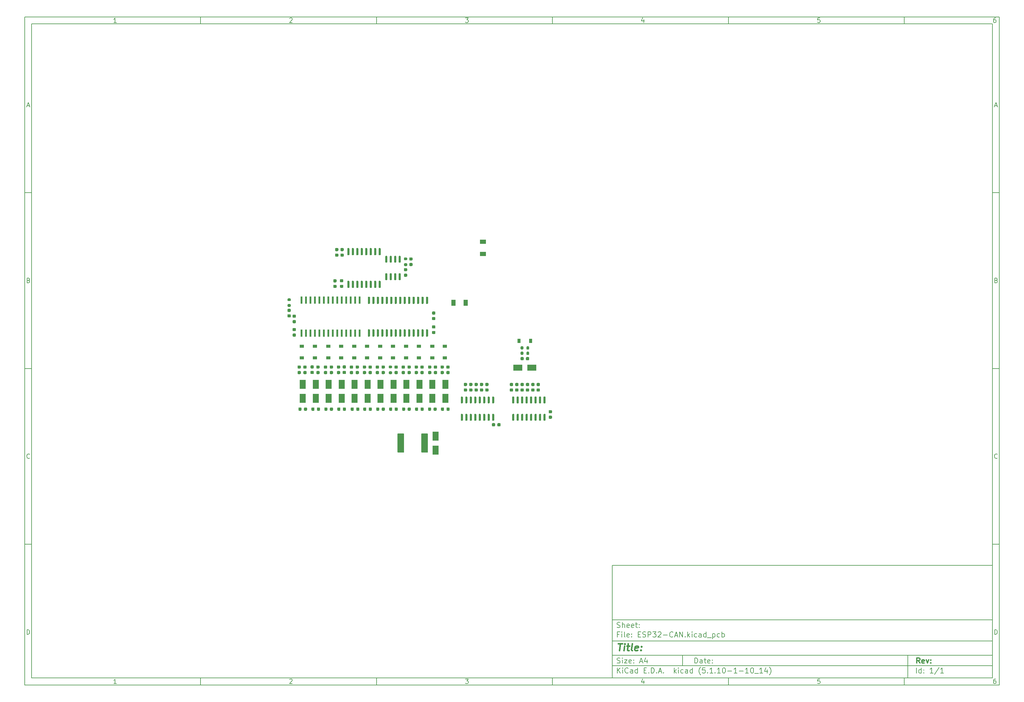
<source format=gbp>
G04 #@! TF.GenerationSoftware,KiCad,Pcbnew,(5.1.10-1-10_14)*
G04 #@! TF.CreationDate,2021-11-05T12:47:59+08:00*
G04 #@! TF.ProjectId,ESP32-CAN,45535033-322d-4434-914e-2e6b69636164,rev?*
G04 #@! TF.SameCoordinates,Original*
G04 #@! TF.FileFunction,Paste,Bot*
G04 #@! TF.FilePolarity,Positive*
%FSLAX46Y46*%
G04 Gerber Fmt 4.6, Leading zero omitted, Abs format (unit mm)*
G04 Created by KiCad (PCBNEW (5.1.10-1-10_14)) date 2021-11-05 12:47:59*
%MOMM*%
%LPD*%
G01*
G04 APERTURE LIST*
%ADD10C,0.100000*%
%ADD11C,0.150000*%
%ADD12C,0.300000*%
%ADD13C,0.400000*%
%ADD14R,1.800000X2.500000*%
%ADD15R,2.500000X1.800000*%
%ADD16R,1.200000X0.900000*%
%ADD17R,0.900000X1.200000*%
%ADD18R,1.300000X1.700000*%
%ADD19R,1.700000X1.300000*%
%ADD20R,0.600000X2.000000*%
G04 APERTURE END LIST*
D10*
D11*
X177002200Y-166007200D02*
X177002200Y-198007200D01*
X285002200Y-198007200D01*
X285002200Y-166007200D01*
X177002200Y-166007200D01*
D10*
D11*
X10000000Y-10000000D02*
X10000000Y-200007200D01*
X287002200Y-200007200D01*
X287002200Y-10000000D01*
X10000000Y-10000000D01*
D10*
D11*
X12000000Y-12000000D02*
X12000000Y-198007200D01*
X285002200Y-198007200D01*
X285002200Y-12000000D01*
X12000000Y-12000000D01*
D10*
D11*
X60000000Y-12000000D02*
X60000000Y-10000000D01*
D10*
D11*
X110000000Y-12000000D02*
X110000000Y-10000000D01*
D10*
D11*
X160000000Y-12000000D02*
X160000000Y-10000000D01*
D10*
D11*
X210000000Y-12000000D02*
X210000000Y-10000000D01*
D10*
D11*
X260000000Y-12000000D02*
X260000000Y-10000000D01*
D10*
D11*
X36065476Y-11588095D02*
X35322619Y-11588095D01*
X35694047Y-11588095D02*
X35694047Y-10288095D01*
X35570238Y-10473809D01*
X35446428Y-10597619D01*
X35322619Y-10659523D01*
D10*
D11*
X85322619Y-10411904D02*
X85384523Y-10350000D01*
X85508333Y-10288095D01*
X85817857Y-10288095D01*
X85941666Y-10350000D01*
X86003571Y-10411904D01*
X86065476Y-10535714D01*
X86065476Y-10659523D01*
X86003571Y-10845238D01*
X85260714Y-11588095D01*
X86065476Y-11588095D01*
D10*
D11*
X135260714Y-10288095D02*
X136065476Y-10288095D01*
X135632142Y-10783333D01*
X135817857Y-10783333D01*
X135941666Y-10845238D01*
X136003571Y-10907142D01*
X136065476Y-11030952D01*
X136065476Y-11340476D01*
X136003571Y-11464285D01*
X135941666Y-11526190D01*
X135817857Y-11588095D01*
X135446428Y-11588095D01*
X135322619Y-11526190D01*
X135260714Y-11464285D01*
D10*
D11*
X185941666Y-10721428D02*
X185941666Y-11588095D01*
X185632142Y-10226190D02*
X185322619Y-11154761D01*
X186127380Y-11154761D01*
D10*
D11*
X236003571Y-10288095D02*
X235384523Y-10288095D01*
X235322619Y-10907142D01*
X235384523Y-10845238D01*
X235508333Y-10783333D01*
X235817857Y-10783333D01*
X235941666Y-10845238D01*
X236003571Y-10907142D01*
X236065476Y-11030952D01*
X236065476Y-11340476D01*
X236003571Y-11464285D01*
X235941666Y-11526190D01*
X235817857Y-11588095D01*
X235508333Y-11588095D01*
X235384523Y-11526190D01*
X235322619Y-11464285D01*
D10*
D11*
X285941666Y-10288095D02*
X285694047Y-10288095D01*
X285570238Y-10350000D01*
X285508333Y-10411904D01*
X285384523Y-10597619D01*
X285322619Y-10845238D01*
X285322619Y-11340476D01*
X285384523Y-11464285D01*
X285446428Y-11526190D01*
X285570238Y-11588095D01*
X285817857Y-11588095D01*
X285941666Y-11526190D01*
X286003571Y-11464285D01*
X286065476Y-11340476D01*
X286065476Y-11030952D01*
X286003571Y-10907142D01*
X285941666Y-10845238D01*
X285817857Y-10783333D01*
X285570238Y-10783333D01*
X285446428Y-10845238D01*
X285384523Y-10907142D01*
X285322619Y-11030952D01*
D10*
D11*
X60000000Y-198007200D02*
X60000000Y-200007200D01*
D10*
D11*
X110000000Y-198007200D02*
X110000000Y-200007200D01*
D10*
D11*
X160000000Y-198007200D02*
X160000000Y-200007200D01*
D10*
D11*
X210000000Y-198007200D02*
X210000000Y-200007200D01*
D10*
D11*
X260000000Y-198007200D02*
X260000000Y-200007200D01*
D10*
D11*
X36065476Y-199595295D02*
X35322619Y-199595295D01*
X35694047Y-199595295D02*
X35694047Y-198295295D01*
X35570238Y-198481009D01*
X35446428Y-198604819D01*
X35322619Y-198666723D01*
D10*
D11*
X85322619Y-198419104D02*
X85384523Y-198357200D01*
X85508333Y-198295295D01*
X85817857Y-198295295D01*
X85941666Y-198357200D01*
X86003571Y-198419104D01*
X86065476Y-198542914D01*
X86065476Y-198666723D01*
X86003571Y-198852438D01*
X85260714Y-199595295D01*
X86065476Y-199595295D01*
D10*
D11*
X135260714Y-198295295D02*
X136065476Y-198295295D01*
X135632142Y-198790533D01*
X135817857Y-198790533D01*
X135941666Y-198852438D01*
X136003571Y-198914342D01*
X136065476Y-199038152D01*
X136065476Y-199347676D01*
X136003571Y-199471485D01*
X135941666Y-199533390D01*
X135817857Y-199595295D01*
X135446428Y-199595295D01*
X135322619Y-199533390D01*
X135260714Y-199471485D01*
D10*
D11*
X185941666Y-198728628D02*
X185941666Y-199595295D01*
X185632142Y-198233390D02*
X185322619Y-199161961D01*
X186127380Y-199161961D01*
D10*
D11*
X236003571Y-198295295D02*
X235384523Y-198295295D01*
X235322619Y-198914342D01*
X235384523Y-198852438D01*
X235508333Y-198790533D01*
X235817857Y-198790533D01*
X235941666Y-198852438D01*
X236003571Y-198914342D01*
X236065476Y-199038152D01*
X236065476Y-199347676D01*
X236003571Y-199471485D01*
X235941666Y-199533390D01*
X235817857Y-199595295D01*
X235508333Y-199595295D01*
X235384523Y-199533390D01*
X235322619Y-199471485D01*
D10*
D11*
X285941666Y-198295295D02*
X285694047Y-198295295D01*
X285570238Y-198357200D01*
X285508333Y-198419104D01*
X285384523Y-198604819D01*
X285322619Y-198852438D01*
X285322619Y-199347676D01*
X285384523Y-199471485D01*
X285446428Y-199533390D01*
X285570238Y-199595295D01*
X285817857Y-199595295D01*
X285941666Y-199533390D01*
X286003571Y-199471485D01*
X286065476Y-199347676D01*
X286065476Y-199038152D01*
X286003571Y-198914342D01*
X285941666Y-198852438D01*
X285817857Y-198790533D01*
X285570238Y-198790533D01*
X285446428Y-198852438D01*
X285384523Y-198914342D01*
X285322619Y-199038152D01*
D10*
D11*
X10000000Y-60000000D02*
X12000000Y-60000000D01*
D10*
D11*
X10000000Y-110000000D02*
X12000000Y-110000000D01*
D10*
D11*
X10000000Y-160000000D02*
X12000000Y-160000000D01*
D10*
D11*
X10690476Y-35216666D02*
X11309523Y-35216666D01*
X10566666Y-35588095D02*
X11000000Y-34288095D01*
X11433333Y-35588095D01*
D10*
D11*
X11092857Y-84907142D02*
X11278571Y-84969047D01*
X11340476Y-85030952D01*
X11402380Y-85154761D01*
X11402380Y-85340476D01*
X11340476Y-85464285D01*
X11278571Y-85526190D01*
X11154761Y-85588095D01*
X10659523Y-85588095D01*
X10659523Y-84288095D01*
X11092857Y-84288095D01*
X11216666Y-84350000D01*
X11278571Y-84411904D01*
X11340476Y-84535714D01*
X11340476Y-84659523D01*
X11278571Y-84783333D01*
X11216666Y-84845238D01*
X11092857Y-84907142D01*
X10659523Y-84907142D01*
D10*
D11*
X11402380Y-135464285D02*
X11340476Y-135526190D01*
X11154761Y-135588095D01*
X11030952Y-135588095D01*
X10845238Y-135526190D01*
X10721428Y-135402380D01*
X10659523Y-135278571D01*
X10597619Y-135030952D01*
X10597619Y-134845238D01*
X10659523Y-134597619D01*
X10721428Y-134473809D01*
X10845238Y-134350000D01*
X11030952Y-134288095D01*
X11154761Y-134288095D01*
X11340476Y-134350000D01*
X11402380Y-134411904D01*
D10*
D11*
X10659523Y-185588095D02*
X10659523Y-184288095D01*
X10969047Y-184288095D01*
X11154761Y-184350000D01*
X11278571Y-184473809D01*
X11340476Y-184597619D01*
X11402380Y-184845238D01*
X11402380Y-185030952D01*
X11340476Y-185278571D01*
X11278571Y-185402380D01*
X11154761Y-185526190D01*
X10969047Y-185588095D01*
X10659523Y-185588095D01*
D10*
D11*
X287002200Y-60000000D02*
X285002200Y-60000000D01*
D10*
D11*
X287002200Y-110000000D02*
X285002200Y-110000000D01*
D10*
D11*
X287002200Y-160000000D02*
X285002200Y-160000000D01*
D10*
D11*
X285692676Y-35216666D02*
X286311723Y-35216666D01*
X285568866Y-35588095D02*
X286002200Y-34288095D01*
X286435533Y-35588095D01*
D10*
D11*
X286095057Y-84907142D02*
X286280771Y-84969047D01*
X286342676Y-85030952D01*
X286404580Y-85154761D01*
X286404580Y-85340476D01*
X286342676Y-85464285D01*
X286280771Y-85526190D01*
X286156961Y-85588095D01*
X285661723Y-85588095D01*
X285661723Y-84288095D01*
X286095057Y-84288095D01*
X286218866Y-84350000D01*
X286280771Y-84411904D01*
X286342676Y-84535714D01*
X286342676Y-84659523D01*
X286280771Y-84783333D01*
X286218866Y-84845238D01*
X286095057Y-84907142D01*
X285661723Y-84907142D01*
D10*
D11*
X286404580Y-135464285D02*
X286342676Y-135526190D01*
X286156961Y-135588095D01*
X286033152Y-135588095D01*
X285847438Y-135526190D01*
X285723628Y-135402380D01*
X285661723Y-135278571D01*
X285599819Y-135030952D01*
X285599819Y-134845238D01*
X285661723Y-134597619D01*
X285723628Y-134473809D01*
X285847438Y-134350000D01*
X286033152Y-134288095D01*
X286156961Y-134288095D01*
X286342676Y-134350000D01*
X286404580Y-134411904D01*
D10*
D11*
X285661723Y-185588095D02*
X285661723Y-184288095D01*
X285971247Y-184288095D01*
X286156961Y-184350000D01*
X286280771Y-184473809D01*
X286342676Y-184597619D01*
X286404580Y-184845238D01*
X286404580Y-185030952D01*
X286342676Y-185278571D01*
X286280771Y-185402380D01*
X286156961Y-185526190D01*
X285971247Y-185588095D01*
X285661723Y-185588095D01*
D10*
D11*
X200434342Y-193785771D02*
X200434342Y-192285771D01*
X200791485Y-192285771D01*
X201005771Y-192357200D01*
X201148628Y-192500057D01*
X201220057Y-192642914D01*
X201291485Y-192928628D01*
X201291485Y-193142914D01*
X201220057Y-193428628D01*
X201148628Y-193571485D01*
X201005771Y-193714342D01*
X200791485Y-193785771D01*
X200434342Y-193785771D01*
X202577200Y-193785771D02*
X202577200Y-193000057D01*
X202505771Y-192857200D01*
X202362914Y-192785771D01*
X202077200Y-192785771D01*
X201934342Y-192857200D01*
X202577200Y-193714342D02*
X202434342Y-193785771D01*
X202077200Y-193785771D01*
X201934342Y-193714342D01*
X201862914Y-193571485D01*
X201862914Y-193428628D01*
X201934342Y-193285771D01*
X202077200Y-193214342D01*
X202434342Y-193214342D01*
X202577200Y-193142914D01*
X203077200Y-192785771D02*
X203648628Y-192785771D01*
X203291485Y-192285771D02*
X203291485Y-193571485D01*
X203362914Y-193714342D01*
X203505771Y-193785771D01*
X203648628Y-193785771D01*
X204720057Y-193714342D02*
X204577200Y-193785771D01*
X204291485Y-193785771D01*
X204148628Y-193714342D01*
X204077200Y-193571485D01*
X204077200Y-193000057D01*
X204148628Y-192857200D01*
X204291485Y-192785771D01*
X204577200Y-192785771D01*
X204720057Y-192857200D01*
X204791485Y-193000057D01*
X204791485Y-193142914D01*
X204077200Y-193285771D01*
X205434342Y-193642914D02*
X205505771Y-193714342D01*
X205434342Y-193785771D01*
X205362914Y-193714342D01*
X205434342Y-193642914D01*
X205434342Y-193785771D01*
X205434342Y-192857200D02*
X205505771Y-192928628D01*
X205434342Y-193000057D01*
X205362914Y-192928628D01*
X205434342Y-192857200D01*
X205434342Y-193000057D01*
D10*
D11*
X177002200Y-194507200D02*
X285002200Y-194507200D01*
D10*
D11*
X178434342Y-196585771D02*
X178434342Y-195085771D01*
X179291485Y-196585771D02*
X178648628Y-195728628D01*
X179291485Y-195085771D02*
X178434342Y-195942914D01*
X179934342Y-196585771D02*
X179934342Y-195585771D01*
X179934342Y-195085771D02*
X179862914Y-195157200D01*
X179934342Y-195228628D01*
X180005771Y-195157200D01*
X179934342Y-195085771D01*
X179934342Y-195228628D01*
X181505771Y-196442914D02*
X181434342Y-196514342D01*
X181220057Y-196585771D01*
X181077200Y-196585771D01*
X180862914Y-196514342D01*
X180720057Y-196371485D01*
X180648628Y-196228628D01*
X180577200Y-195942914D01*
X180577200Y-195728628D01*
X180648628Y-195442914D01*
X180720057Y-195300057D01*
X180862914Y-195157200D01*
X181077200Y-195085771D01*
X181220057Y-195085771D01*
X181434342Y-195157200D01*
X181505771Y-195228628D01*
X182791485Y-196585771D02*
X182791485Y-195800057D01*
X182720057Y-195657200D01*
X182577200Y-195585771D01*
X182291485Y-195585771D01*
X182148628Y-195657200D01*
X182791485Y-196514342D02*
X182648628Y-196585771D01*
X182291485Y-196585771D01*
X182148628Y-196514342D01*
X182077200Y-196371485D01*
X182077200Y-196228628D01*
X182148628Y-196085771D01*
X182291485Y-196014342D01*
X182648628Y-196014342D01*
X182791485Y-195942914D01*
X184148628Y-196585771D02*
X184148628Y-195085771D01*
X184148628Y-196514342D02*
X184005771Y-196585771D01*
X183720057Y-196585771D01*
X183577200Y-196514342D01*
X183505771Y-196442914D01*
X183434342Y-196300057D01*
X183434342Y-195871485D01*
X183505771Y-195728628D01*
X183577200Y-195657200D01*
X183720057Y-195585771D01*
X184005771Y-195585771D01*
X184148628Y-195657200D01*
X186005771Y-195800057D02*
X186505771Y-195800057D01*
X186720057Y-196585771D02*
X186005771Y-196585771D01*
X186005771Y-195085771D01*
X186720057Y-195085771D01*
X187362914Y-196442914D02*
X187434342Y-196514342D01*
X187362914Y-196585771D01*
X187291485Y-196514342D01*
X187362914Y-196442914D01*
X187362914Y-196585771D01*
X188077200Y-196585771D02*
X188077200Y-195085771D01*
X188434342Y-195085771D01*
X188648628Y-195157200D01*
X188791485Y-195300057D01*
X188862914Y-195442914D01*
X188934342Y-195728628D01*
X188934342Y-195942914D01*
X188862914Y-196228628D01*
X188791485Y-196371485D01*
X188648628Y-196514342D01*
X188434342Y-196585771D01*
X188077200Y-196585771D01*
X189577200Y-196442914D02*
X189648628Y-196514342D01*
X189577200Y-196585771D01*
X189505771Y-196514342D01*
X189577200Y-196442914D01*
X189577200Y-196585771D01*
X190220057Y-196157200D02*
X190934342Y-196157200D01*
X190077200Y-196585771D02*
X190577200Y-195085771D01*
X191077200Y-196585771D01*
X191577200Y-196442914D02*
X191648628Y-196514342D01*
X191577200Y-196585771D01*
X191505771Y-196514342D01*
X191577200Y-196442914D01*
X191577200Y-196585771D01*
X194577200Y-196585771D02*
X194577200Y-195085771D01*
X194720057Y-196014342D02*
X195148628Y-196585771D01*
X195148628Y-195585771D02*
X194577200Y-196157200D01*
X195791485Y-196585771D02*
X195791485Y-195585771D01*
X195791485Y-195085771D02*
X195720057Y-195157200D01*
X195791485Y-195228628D01*
X195862914Y-195157200D01*
X195791485Y-195085771D01*
X195791485Y-195228628D01*
X197148628Y-196514342D02*
X197005771Y-196585771D01*
X196720057Y-196585771D01*
X196577200Y-196514342D01*
X196505771Y-196442914D01*
X196434342Y-196300057D01*
X196434342Y-195871485D01*
X196505771Y-195728628D01*
X196577200Y-195657200D01*
X196720057Y-195585771D01*
X197005771Y-195585771D01*
X197148628Y-195657200D01*
X198434342Y-196585771D02*
X198434342Y-195800057D01*
X198362914Y-195657200D01*
X198220057Y-195585771D01*
X197934342Y-195585771D01*
X197791485Y-195657200D01*
X198434342Y-196514342D02*
X198291485Y-196585771D01*
X197934342Y-196585771D01*
X197791485Y-196514342D01*
X197720057Y-196371485D01*
X197720057Y-196228628D01*
X197791485Y-196085771D01*
X197934342Y-196014342D01*
X198291485Y-196014342D01*
X198434342Y-195942914D01*
X199791485Y-196585771D02*
X199791485Y-195085771D01*
X199791485Y-196514342D02*
X199648628Y-196585771D01*
X199362914Y-196585771D01*
X199220057Y-196514342D01*
X199148628Y-196442914D01*
X199077200Y-196300057D01*
X199077200Y-195871485D01*
X199148628Y-195728628D01*
X199220057Y-195657200D01*
X199362914Y-195585771D01*
X199648628Y-195585771D01*
X199791485Y-195657200D01*
X202077200Y-197157200D02*
X202005771Y-197085771D01*
X201862914Y-196871485D01*
X201791485Y-196728628D01*
X201720057Y-196514342D01*
X201648628Y-196157200D01*
X201648628Y-195871485D01*
X201720057Y-195514342D01*
X201791485Y-195300057D01*
X201862914Y-195157200D01*
X202005771Y-194942914D01*
X202077200Y-194871485D01*
X203362914Y-195085771D02*
X202648628Y-195085771D01*
X202577200Y-195800057D01*
X202648628Y-195728628D01*
X202791485Y-195657200D01*
X203148628Y-195657200D01*
X203291485Y-195728628D01*
X203362914Y-195800057D01*
X203434342Y-195942914D01*
X203434342Y-196300057D01*
X203362914Y-196442914D01*
X203291485Y-196514342D01*
X203148628Y-196585771D01*
X202791485Y-196585771D01*
X202648628Y-196514342D01*
X202577200Y-196442914D01*
X204077200Y-196442914D02*
X204148628Y-196514342D01*
X204077200Y-196585771D01*
X204005771Y-196514342D01*
X204077200Y-196442914D01*
X204077200Y-196585771D01*
X205577200Y-196585771D02*
X204720057Y-196585771D01*
X205148628Y-196585771D02*
X205148628Y-195085771D01*
X205005771Y-195300057D01*
X204862914Y-195442914D01*
X204720057Y-195514342D01*
X206220057Y-196442914D02*
X206291485Y-196514342D01*
X206220057Y-196585771D01*
X206148628Y-196514342D01*
X206220057Y-196442914D01*
X206220057Y-196585771D01*
X207720057Y-196585771D02*
X206862914Y-196585771D01*
X207291485Y-196585771D02*
X207291485Y-195085771D01*
X207148628Y-195300057D01*
X207005771Y-195442914D01*
X206862914Y-195514342D01*
X208648628Y-195085771D02*
X208791485Y-195085771D01*
X208934342Y-195157200D01*
X209005771Y-195228628D01*
X209077200Y-195371485D01*
X209148628Y-195657200D01*
X209148628Y-196014342D01*
X209077200Y-196300057D01*
X209005771Y-196442914D01*
X208934342Y-196514342D01*
X208791485Y-196585771D01*
X208648628Y-196585771D01*
X208505771Y-196514342D01*
X208434342Y-196442914D01*
X208362914Y-196300057D01*
X208291485Y-196014342D01*
X208291485Y-195657200D01*
X208362914Y-195371485D01*
X208434342Y-195228628D01*
X208505771Y-195157200D01*
X208648628Y-195085771D01*
X209791485Y-196014342D02*
X210934342Y-196014342D01*
X212434342Y-196585771D02*
X211577200Y-196585771D01*
X212005771Y-196585771D02*
X212005771Y-195085771D01*
X211862914Y-195300057D01*
X211720057Y-195442914D01*
X211577200Y-195514342D01*
X213077200Y-196014342D02*
X214220057Y-196014342D01*
X215720057Y-196585771D02*
X214862914Y-196585771D01*
X215291485Y-196585771D02*
X215291485Y-195085771D01*
X215148628Y-195300057D01*
X215005771Y-195442914D01*
X214862914Y-195514342D01*
X216648628Y-195085771D02*
X216791485Y-195085771D01*
X216934342Y-195157200D01*
X217005771Y-195228628D01*
X217077200Y-195371485D01*
X217148628Y-195657200D01*
X217148628Y-196014342D01*
X217077200Y-196300057D01*
X217005771Y-196442914D01*
X216934342Y-196514342D01*
X216791485Y-196585771D01*
X216648628Y-196585771D01*
X216505771Y-196514342D01*
X216434342Y-196442914D01*
X216362914Y-196300057D01*
X216291485Y-196014342D01*
X216291485Y-195657200D01*
X216362914Y-195371485D01*
X216434342Y-195228628D01*
X216505771Y-195157200D01*
X216648628Y-195085771D01*
X217434342Y-196728628D02*
X218577200Y-196728628D01*
X219720057Y-196585771D02*
X218862914Y-196585771D01*
X219291485Y-196585771D02*
X219291485Y-195085771D01*
X219148628Y-195300057D01*
X219005771Y-195442914D01*
X218862914Y-195514342D01*
X221005771Y-195585771D02*
X221005771Y-196585771D01*
X220648628Y-195014342D02*
X220291485Y-196085771D01*
X221220057Y-196085771D01*
X221648628Y-197157200D02*
X221720057Y-197085771D01*
X221862914Y-196871485D01*
X221934342Y-196728628D01*
X222005771Y-196514342D01*
X222077200Y-196157200D01*
X222077200Y-195871485D01*
X222005771Y-195514342D01*
X221934342Y-195300057D01*
X221862914Y-195157200D01*
X221720057Y-194942914D01*
X221648628Y-194871485D01*
D10*
D11*
X177002200Y-191507200D02*
X285002200Y-191507200D01*
D10*
D12*
X264411485Y-193785771D02*
X263911485Y-193071485D01*
X263554342Y-193785771D02*
X263554342Y-192285771D01*
X264125771Y-192285771D01*
X264268628Y-192357200D01*
X264340057Y-192428628D01*
X264411485Y-192571485D01*
X264411485Y-192785771D01*
X264340057Y-192928628D01*
X264268628Y-193000057D01*
X264125771Y-193071485D01*
X263554342Y-193071485D01*
X265625771Y-193714342D02*
X265482914Y-193785771D01*
X265197200Y-193785771D01*
X265054342Y-193714342D01*
X264982914Y-193571485D01*
X264982914Y-193000057D01*
X265054342Y-192857200D01*
X265197200Y-192785771D01*
X265482914Y-192785771D01*
X265625771Y-192857200D01*
X265697200Y-193000057D01*
X265697200Y-193142914D01*
X264982914Y-193285771D01*
X266197200Y-192785771D02*
X266554342Y-193785771D01*
X266911485Y-192785771D01*
X267482914Y-193642914D02*
X267554342Y-193714342D01*
X267482914Y-193785771D01*
X267411485Y-193714342D01*
X267482914Y-193642914D01*
X267482914Y-193785771D01*
X267482914Y-192857200D02*
X267554342Y-192928628D01*
X267482914Y-193000057D01*
X267411485Y-192928628D01*
X267482914Y-192857200D01*
X267482914Y-193000057D01*
D10*
D11*
X178362914Y-193714342D02*
X178577200Y-193785771D01*
X178934342Y-193785771D01*
X179077200Y-193714342D01*
X179148628Y-193642914D01*
X179220057Y-193500057D01*
X179220057Y-193357200D01*
X179148628Y-193214342D01*
X179077200Y-193142914D01*
X178934342Y-193071485D01*
X178648628Y-193000057D01*
X178505771Y-192928628D01*
X178434342Y-192857200D01*
X178362914Y-192714342D01*
X178362914Y-192571485D01*
X178434342Y-192428628D01*
X178505771Y-192357200D01*
X178648628Y-192285771D01*
X179005771Y-192285771D01*
X179220057Y-192357200D01*
X179862914Y-193785771D02*
X179862914Y-192785771D01*
X179862914Y-192285771D02*
X179791485Y-192357200D01*
X179862914Y-192428628D01*
X179934342Y-192357200D01*
X179862914Y-192285771D01*
X179862914Y-192428628D01*
X180434342Y-192785771D02*
X181220057Y-192785771D01*
X180434342Y-193785771D01*
X181220057Y-193785771D01*
X182362914Y-193714342D02*
X182220057Y-193785771D01*
X181934342Y-193785771D01*
X181791485Y-193714342D01*
X181720057Y-193571485D01*
X181720057Y-193000057D01*
X181791485Y-192857200D01*
X181934342Y-192785771D01*
X182220057Y-192785771D01*
X182362914Y-192857200D01*
X182434342Y-193000057D01*
X182434342Y-193142914D01*
X181720057Y-193285771D01*
X183077200Y-193642914D02*
X183148628Y-193714342D01*
X183077200Y-193785771D01*
X183005771Y-193714342D01*
X183077200Y-193642914D01*
X183077200Y-193785771D01*
X183077200Y-192857200D02*
X183148628Y-192928628D01*
X183077200Y-193000057D01*
X183005771Y-192928628D01*
X183077200Y-192857200D01*
X183077200Y-193000057D01*
X184862914Y-193357200D02*
X185577200Y-193357200D01*
X184720057Y-193785771D02*
X185220057Y-192285771D01*
X185720057Y-193785771D01*
X186862914Y-192785771D02*
X186862914Y-193785771D01*
X186505771Y-192214342D02*
X186148628Y-193285771D01*
X187077200Y-193285771D01*
D10*
D11*
X263434342Y-196585771D02*
X263434342Y-195085771D01*
X264791485Y-196585771D02*
X264791485Y-195085771D01*
X264791485Y-196514342D02*
X264648628Y-196585771D01*
X264362914Y-196585771D01*
X264220057Y-196514342D01*
X264148628Y-196442914D01*
X264077200Y-196300057D01*
X264077200Y-195871485D01*
X264148628Y-195728628D01*
X264220057Y-195657200D01*
X264362914Y-195585771D01*
X264648628Y-195585771D01*
X264791485Y-195657200D01*
X265505771Y-196442914D02*
X265577200Y-196514342D01*
X265505771Y-196585771D01*
X265434342Y-196514342D01*
X265505771Y-196442914D01*
X265505771Y-196585771D01*
X265505771Y-195657200D02*
X265577200Y-195728628D01*
X265505771Y-195800057D01*
X265434342Y-195728628D01*
X265505771Y-195657200D01*
X265505771Y-195800057D01*
X268148628Y-196585771D02*
X267291485Y-196585771D01*
X267720057Y-196585771D02*
X267720057Y-195085771D01*
X267577200Y-195300057D01*
X267434342Y-195442914D01*
X267291485Y-195514342D01*
X269862914Y-195014342D02*
X268577200Y-196942914D01*
X271148628Y-196585771D02*
X270291485Y-196585771D01*
X270720057Y-196585771D02*
X270720057Y-195085771D01*
X270577200Y-195300057D01*
X270434342Y-195442914D01*
X270291485Y-195514342D01*
D10*
D11*
X177002200Y-187507200D02*
X285002200Y-187507200D01*
D10*
D13*
X178714580Y-188211961D02*
X179857438Y-188211961D01*
X179036009Y-190211961D02*
X179286009Y-188211961D01*
X180274104Y-190211961D02*
X180440771Y-188878628D01*
X180524104Y-188211961D02*
X180416961Y-188307200D01*
X180500295Y-188402438D01*
X180607438Y-188307200D01*
X180524104Y-188211961D01*
X180500295Y-188402438D01*
X181107438Y-188878628D02*
X181869342Y-188878628D01*
X181476485Y-188211961D02*
X181262200Y-189926247D01*
X181333628Y-190116723D01*
X181512200Y-190211961D01*
X181702676Y-190211961D01*
X182655057Y-190211961D02*
X182476485Y-190116723D01*
X182405057Y-189926247D01*
X182619342Y-188211961D01*
X184190771Y-190116723D02*
X183988390Y-190211961D01*
X183607438Y-190211961D01*
X183428866Y-190116723D01*
X183357438Y-189926247D01*
X183452676Y-189164342D01*
X183571723Y-188973866D01*
X183774104Y-188878628D01*
X184155057Y-188878628D01*
X184333628Y-188973866D01*
X184405057Y-189164342D01*
X184381247Y-189354819D01*
X183405057Y-189545295D01*
X185155057Y-190021485D02*
X185238390Y-190116723D01*
X185131247Y-190211961D01*
X185047914Y-190116723D01*
X185155057Y-190021485D01*
X185131247Y-190211961D01*
X185286009Y-188973866D02*
X185369342Y-189069104D01*
X185262200Y-189164342D01*
X185178866Y-189069104D01*
X185286009Y-188973866D01*
X185262200Y-189164342D01*
D10*
D11*
X178934342Y-185600057D02*
X178434342Y-185600057D01*
X178434342Y-186385771D02*
X178434342Y-184885771D01*
X179148628Y-184885771D01*
X179720057Y-186385771D02*
X179720057Y-185385771D01*
X179720057Y-184885771D02*
X179648628Y-184957200D01*
X179720057Y-185028628D01*
X179791485Y-184957200D01*
X179720057Y-184885771D01*
X179720057Y-185028628D01*
X180648628Y-186385771D02*
X180505771Y-186314342D01*
X180434342Y-186171485D01*
X180434342Y-184885771D01*
X181791485Y-186314342D02*
X181648628Y-186385771D01*
X181362914Y-186385771D01*
X181220057Y-186314342D01*
X181148628Y-186171485D01*
X181148628Y-185600057D01*
X181220057Y-185457200D01*
X181362914Y-185385771D01*
X181648628Y-185385771D01*
X181791485Y-185457200D01*
X181862914Y-185600057D01*
X181862914Y-185742914D01*
X181148628Y-185885771D01*
X182505771Y-186242914D02*
X182577200Y-186314342D01*
X182505771Y-186385771D01*
X182434342Y-186314342D01*
X182505771Y-186242914D01*
X182505771Y-186385771D01*
X182505771Y-185457200D02*
X182577200Y-185528628D01*
X182505771Y-185600057D01*
X182434342Y-185528628D01*
X182505771Y-185457200D01*
X182505771Y-185600057D01*
X184362914Y-185600057D02*
X184862914Y-185600057D01*
X185077200Y-186385771D02*
X184362914Y-186385771D01*
X184362914Y-184885771D01*
X185077200Y-184885771D01*
X185648628Y-186314342D02*
X185862914Y-186385771D01*
X186220057Y-186385771D01*
X186362914Y-186314342D01*
X186434342Y-186242914D01*
X186505771Y-186100057D01*
X186505771Y-185957200D01*
X186434342Y-185814342D01*
X186362914Y-185742914D01*
X186220057Y-185671485D01*
X185934342Y-185600057D01*
X185791485Y-185528628D01*
X185720057Y-185457200D01*
X185648628Y-185314342D01*
X185648628Y-185171485D01*
X185720057Y-185028628D01*
X185791485Y-184957200D01*
X185934342Y-184885771D01*
X186291485Y-184885771D01*
X186505771Y-184957200D01*
X187148628Y-186385771D02*
X187148628Y-184885771D01*
X187720057Y-184885771D01*
X187862914Y-184957200D01*
X187934342Y-185028628D01*
X188005771Y-185171485D01*
X188005771Y-185385771D01*
X187934342Y-185528628D01*
X187862914Y-185600057D01*
X187720057Y-185671485D01*
X187148628Y-185671485D01*
X188505771Y-184885771D02*
X189434342Y-184885771D01*
X188934342Y-185457200D01*
X189148628Y-185457200D01*
X189291485Y-185528628D01*
X189362914Y-185600057D01*
X189434342Y-185742914D01*
X189434342Y-186100057D01*
X189362914Y-186242914D01*
X189291485Y-186314342D01*
X189148628Y-186385771D01*
X188720057Y-186385771D01*
X188577200Y-186314342D01*
X188505771Y-186242914D01*
X190005771Y-185028628D02*
X190077200Y-184957200D01*
X190220057Y-184885771D01*
X190577200Y-184885771D01*
X190720057Y-184957200D01*
X190791485Y-185028628D01*
X190862914Y-185171485D01*
X190862914Y-185314342D01*
X190791485Y-185528628D01*
X189934342Y-186385771D01*
X190862914Y-186385771D01*
X191505771Y-185814342D02*
X192648628Y-185814342D01*
X194220057Y-186242914D02*
X194148628Y-186314342D01*
X193934342Y-186385771D01*
X193791485Y-186385771D01*
X193577200Y-186314342D01*
X193434342Y-186171485D01*
X193362914Y-186028628D01*
X193291485Y-185742914D01*
X193291485Y-185528628D01*
X193362914Y-185242914D01*
X193434342Y-185100057D01*
X193577200Y-184957200D01*
X193791485Y-184885771D01*
X193934342Y-184885771D01*
X194148628Y-184957200D01*
X194220057Y-185028628D01*
X194791485Y-185957200D02*
X195505771Y-185957200D01*
X194648628Y-186385771D02*
X195148628Y-184885771D01*
X195648628Y-186385771D01*
X196148628Y-186385771D02*
X196148628Y-184885771D01*
X197005771Y-186385771D01*
X197005771Y-184885771D01*
X197720057Y-186242914D02*
X197791485Y-186314342D01*
X197720057Y-186385771D01*
X197648628Y-186314342D01*
X197720057Y-186242914D01*
X197720057Y-186385771D01*
X198434342Y-186385771D02*
X198434342Y-184885771D01*
X198577200Y-185814342D02*
X199005771Y-186385771D01*
X199005771Y-185385771D02*
X198434342Y-185957200D01*
X199648628Y-186385771D02*
X199648628Y-185385771D01*
X199648628Y-184885771D02*
X199577200Y-184957200D01*
X199648628Y-185028628D01*
X199720057Y-184957200D01*
X199648628Y-184885771D01*
X199648628Y-185028628D01*
X201005771Y-186314342D02*
X200862914Y-186385771D01*
X200577200Y-186385771D01*
X200434342Y-186314342D01*
X200362914Y-186242914D01*
X200291485Y-186100057D01*
X200291485Y-185671485D01*
X200362914Y-185528628D01*
X200434342Y-185457200D01*
X200577200Y-185385771D01*
X200862914Y-185385771D01*
X201005771Y-185457200D01*
X202291485Y-186385771D02*
X202291485Y-185600057D01*
X202220057Y-185457200D01*
X202077200Y-185385771D01*
X201791485Y-185385771D01*
X201648628Y-185457200D01*
X202291485Y-186314342D02*
X202148628Y-186385771D01*
X201791485Y-186385771D01*
X201648628Y-186314342D01*
X201577200Y-186171485D01*
X201577200Y-186028628D01*
X201648628Y-185885771D01*
X201791485Y-185814342D01*
X202148628Y-185814342D01*
X202291485Y-185742914D01*
X203648628Y-186385771D02*
X203648628Y-184885771D01*
X203648628Y-186314342D02*
X203505771Y-186385771D01*
X203220057Y-186385771D01*
X203077200Y-186314342D01*
X203005771Y-186242914D01*
X202934342Y-186100057D01*
X202934342Y-185671485D01*
X203005771Y-185528628D01*
X203077200Y-185457200D01*
X203220057Y-185385771D01*
X203505771Y-185385771D01*
X203648628Y-185457200D01*
X204005771Y-186528628D02*
X205148628Y-186528628D01*
X205505771Y-185385771D02*
X205505771Y-186885771D01*
X205505771Y-185457200D02*
X205648628Y-185385771D01*
X205934342Y-185385771D01*
X206077200Y-185457200D01*
X206148628Y-185528628D01*
X206220057Y-185671485D01*
X206220057Y-186100057D01*
X206148628Y-186242914D01*
X206077200Y-186314342D01*
X205934342Y-186385771D01*
X205648628Y-186385771D01*
X205505771Y-186314342D01*
X207505771Y-186314342D02*
X207362914Y-186385771D01*
X207077200Y-186385771D01*
X206934342Y-186314342D01*
X206862914Y-186242914D01*
X206791485Y-186100057D01*
X206791485Y-185671485D01*
X206862914Y-185528628D01*
X206934342Y-185457200D01*
X207077200Y-185385771D01*
X207362914Y-185385771D01*
X207505771Y-185457200D01*
X208148628Y-186385771D02*
X208148628Y-184885771D01*
X208148628Y-185457200D02*
X208291485Y-185385771D01*
X208577200Y-185385771D01*
X208720057Y-185457200D01*
X208791485Y-185528628D01*
X208862914Y-185671485D01*
X208862914Y-186100057D01*
X208791485Y-186242914D01*
X208720057Y-186314342D01*
X208577200Y-186385771D01*
X208291485Y-186385771D01*
X208148628Y-186314342D01*
D10*
D11*
X177002200Y-181507200D02*
X285002200Y-181507200D01*
D10*
D11*
X178362914Y-183614342D02*
X178577200Y-183685771D01*
X178934342Y-183685771D01*
X179077200Y-183614342D01*
X179148628Y-183542914D01*
X179220057Y-183400057D01*
X179220057Y-183257200D01*
X179148628Y-183114342D01*
X179077200Y-183042914D01*
X178934342Y-182971485D01*
X178648628Y-182900057D01*
X178505771Y-182828628D01*
X178434342Y-182757200D01*
X178362914Y-182614342D01*
X178362914Y-182471485D01*
X178434342Y-182328628D01*
X178505771Y-182257200D01*
X178648628Y-182185771D01*
X179005771Y-182185771D01*
X179220057Y-182257200D01*
X179862914Y-183685771D02*
X179862914Y-182185771D01*
X180505771Y-183685771D02*
X180505771Y-182900057D01*
X180434342Y-182757200D01*
X180291485Y-182685771D01*
X180077200Y-182685771D01*
X179934342Y-182757200D01*
X179862914Y-182828628D01*
X181791485Y-183614342D02*
X181648628Y-183685771D01*
X181362914Y-183685771D01*
X181220057Y-183614342D01*
X181148628Y-183471485D01*
X181148628Y-182900057D01*
X181220057Y-182757200D01*
X181362914Y-182685771D01*
X181648628Y-182685771D01*
X181791485Y-182757200D01*
X181862914Y-182900057D01*
X181862914Y-183042914D01*
X181148628Y-183185771D01*
X183077200Y-183614342D02*
X182934342Y-183685771D01*
X182648628Y-183685771D01*
X182505771Y-183614342D01*
X182434342Y-183471485D01*
X182434342Y-182900057D01*
X182505771Y-182757200D01*
X182648628Y-182685771D01*
X182934342Y-182685771D01*
X183077200Y-182757200D01*
X183148628Y-182900057D01*
X183148628Y-183042914D01*
X182434342Y-183185771D01*
X183577200Y-182685771D02*
X184148628Y-182685771D01*
X183791485Y-182185771D02*
X183791485Y-183471485D01*
X183862914Y-183614342D01*
X184005771Y-183685771D01*
X184148628Y-183685771D01*
X184648628Y-183542914D02*
X184720057Y-183614342D01*
X184648628Y-183685771D01*
X184577200Y-183614342D01*
X184648628Y-183542914D01*
X184648628Y-183685771D01*
X184648628Y-182757200D02*
X184720057Y-182828628D01*
X184648628Y-182900057D01*
X184577200Y-182828628D01*
X184648628Y-182757200D01*
X184648628Y-182900057D01*
D10*
D11*
X197002200Y-191507200D02*
X197002200Y-194507200D01*
D10*
D11*
X261002200Y-191507200D02*
X261002200Y-198007200D01*
G36*
G01*
X118512000Y-79204000D02*
X117962000Y-79204000D01*
G75*
G02*
X117762000Y-79004000I0J200000D01*
G01*
X117762000Y-78604000D01*
G75*
G02*
X117962000Y-78404000I200000J0D01*
G01*
X118512000Y-78404000D01*
G75*
G02*
X118712000Y-78604000I0J-200000D01*
G01*
X118712000Y-79004000D01*
G75*
G02*
X118512000Y-79204000I-200000J0D01*
G01*
G37*
G36*
G01*
X118512000Y-80854000D02*
X117962000Y-80854000D01*
G75*
G02*
X117762000Y-80654000I0J200000D01*
G01*
X117762000Y-80254000D01*
G75*
G02*
X117962000Y-80054000I200000J0D01*
G01*
X118512000Y-80054000D01*
G75*
G02*
X118712000Y-80254000I0J-200000D01*
G01*
X118712000Y-80654000D01*
G75*
G02*
X118512000Y-80854000I-200000J0D01*
G01*
G37*
G36*
G01*
X84878500Y-91674500D02*
X85428500Y-91674500D01*
G75*
G02*
X85628500Y-91874500I0J-200000D01*
G01*
X85628500Y-92274500D01*
G75*
G02*
X85428500Y-92474500I-200000J0D01*
G01*
X84878500Y-92474500D01*
G75*
G02*
X84678500Y-92274500I0J200000D01*
G01*
X84678500Y-91874500D01*
G75*
G02*
X84878500Y-91674500I200000J0D01*
G01*
G37*
G36*
G01*
X84878500Y-90024500D02*
X85428500Y-90024500D01*
G75*
G02*
X85628500Y-90224500I0J-200000D01*
G01*
X85628500Y-90624500D01*
G75*
G02*
X85428500Y-90824500I-200000J0D01*
G01*
X84878500Y-90824500D01*
G75*
G02*
X84678500Y-90624500I0J200000D01*
G01*
X84678500Y-90224500D01*
G75*
G02*
X84878500Y-90024500I200000J0D01*
G01*
G37*
G36*
G01*
X84903500Y-94559000D02*
X85403500Y-94559000D01*
G75*
G02*
X85628500Y-94784000I0J-225000D01*
G01*
X85628500Y-95234000D01*
G75*
G02*
X85403500Y-95459000I-225000J0D01*
G01*
X84903500Y-95459000D01*
G75*
G02*
X84678500Y-95234000I0J225000D01*
G01*
X84678500Y-94784000D01*
G75*
G02*
X84903500Y-94559000I225000J0D01*
G01*
G37*
G36*
G01*
X84903500Y-93009000D02*
X85403500Y-93009000D01*
G75*
G02*
X85628500Y-93234000I0J-225000D01*
G01*
X85628500Y-93684000D01*
G75*
G02*
X85403500Y-93909000I-225000J0D01*
G01*
X84903500Y-93909000D01*
G75*
G02*
X84678500Y-93684000I0J225000D01*
G01*
X84678500Y-93234000D01*
G75*
G02*
X84903500Y-93009000I225000J0D01*
G01*
G37*
G36*
G01*
X111021000Y-87082000D02*
X110721000Y-87082000D01*
G75*
G02*
X110571000Y-86932000I0J150000D01*
G01*
X110571000Y-85182000D01*
G75*
G02*
X110721000Y-85032000I150000J0D01*
G01*
X111021000Y-85032000D01*
G75*
G02*
X111171000Y-85182000I0J-150000D01*
G01*
X111171000Y-86932000D01*
G75*
G02*
X111021000Y-87082000I-150000J0D01*
G01*
G37*
G36*
G01*
X109751000Y-87082000D02*
X109451000Y-87082000D01*
G75*
G02*
X109301000Y-86932000I0J150000D01*
G01*
X109301000Y-85182000D01*
G75*
G02*
X109451000Y-85032000I150000J0D01*
G01*
X109751000Y-85032000D01*
G75*
G02*
X109901000Y-85182000I0J-150000D01*
G01*
X109901000Y-86932000D01*
G75*
G02*
X109751000Y-87082000I-150000J0D01*
G01*
G37*
G36*
G01*
X108481000Y-87082000D02*
X108181000Y-87082000D01*
G75*
G02*
X108031000Y-86932000I0J150000D01*
G01*
X108031000Y-85182000D01*
G75*
G02*
X108181000Y-85032000I150000J0D01*
G01*
X108481000Y-85032000D01*
G75*
G02*
X108631000Y-85182000I0J-150000D01*
G01*
X108631000Y-86932000D01*
G75*
G02*
X108481000Y-87082000I-150000J0D01*
G01*
G37*
G36*
G01*
X107211000Y-87082000D02*
X106911000Y-87082000D01*
G75*
G02*
X106761000Y-86932000I0J150000D01*
G01*
X106761000Y-85182000D01*
G75*
G02*
X106911000Y-85032000I150000J0D01*
G01*
X107211000Y-85032000D01*
G75*
G02*
X107361000Y-85182000I0J-150000D01*
G01*
X107361000Y-86932000D01*
G75*
G02*
X107211000Y-87082000I-150000J0D01*
G01*
G37*
G36*
G01*
X105941000Y-87082000D02*
X105641000Y-87082000D01*
G75*
G02*
X105491000Y-86932000I0J150000D01*
G01*
X105491000Y-85182000D01*
G75*
G02*
X105641000Y-85032000I150000J0D01*
G01*
X105941000Y-85032000D01*
G75*
G02*
X106091000Y-85182000I0J-150000D01*
G01*
X106091000Y-86932000D01*
G75*
G02*
X105941000Y-87082000I-150000J0D01*
G01*
G37*
G36*
G01*
X104671000Y-87082000D02*
X104371000Y-87082000D01*
G75*
G02*
X104221000Y-86932000I0J150000D01*
G01*
X104221000Y-85182000D01*
G75*
G02*
X104371000Y-85032000I150000J0D01*
G01*
X104671000Y-85032000D01*
G75*
G02*
X104821000Y-85182000I0J-150000D01*
G01*
X104821000Y-86932000D01*
G75*
G02*
X104671000Y-87082000I-150000J0D01*
G01*
G37*
G36*
G01*
X103401000Y-87082000D02*
X103101000Y-87082000D01*
G75*
G02*
X102951000Y-86932000I0J150000D01*
G01*
X102951000Y-85182000D01*
G75*
G02*
X103101000Y-85032000I150000J0D01*
G01*
X103401000Y-85032000D01*
G75*
G02*
X103551000Y-85182000I0J-150000D01*
G01*
X103551000Y-86932000D01*
G75*
G02*
X103401000Y-87082000I-150000J0D01*
G01*
G37*
G36*
G01*
X102131000Y-87082000D02*
X101831000Y-87082000D01*
G75*
G02*
X101681000Y-86932000I0J150000D01*
G01*
X101681000Y-85182000D01*
G75*
G02*
X101831000Y-85032000I150000J0D01*
G01*
X102131000Y-85032000D01*
G75*
G02*
X102281000Y-85182000I0J-150000D01*
G01*
X102281000Y-86932000D01*
G75*
G02*
X102131000Y-87082000I-150000J0D01*
G01*
G37*
G36*
G01*
X102131000Y-77782000D02*
X101831000Y-77782000D01*
G75*
G02*
X101681000Y-77632000I0J150000D01*
G01*
X101681000Y-75882000D01*
G75*
G02*
X101831000Y-75732000I150000J0D01*
G01*
X102131000Y-75732000D01*
G75*
G02*
X102281000Y-75882000I0J-150000D01*
G01*
X102281000Y-77632000D01*
G75*
G02*
X102131000Y-77782000I-150000J0D01*
G01*
G37*
G36*
G01*
X103401000Y-77782000D02*
X103101000Y-77782000D01*
G75*
G02*
X102951000Y-77632000I0J150000D01*
G01*
X102951000Y-75882000D01*
G75*
G02*
X103101000Y-75732000I150000J0D01*
G01*
X103401000Y-75732000D01*
G75*
G02*
X103551000Y-75882000I0J-150000D01*
G01*
X103551000Y-77632000D01*
G75*
G02*
X103401000Y-77782000I-150000J0D01*
G01*
G37*
G36*
G01*
X104671000Y-77782000D02*
X104371000Y-77782000D01*
G75*
G02*
X104221000Y-77632000I0J150000D01*
G01*
X104221000Y-75882000D01*
G75*
G02*
X104371000Y-75732000I150000J0D01*
G01*
X104671000Y-75732000D01*
G75*
G02*
X104821000Y-75882000I0J-150000D01*
G01*
X104821000Y-77632000D01*
G75*
G02*
X104671000Y-77782000I-150000J0D01*
G01*
G37*
G36*
G01*
X105941000Y-77782000D02*
X105641000Y-77782000D01*
G75*
G02*
X105491000Y-77632000I0J150000D01*
G01*
X105491000Y-75882000D01*
G75*
G02*
X105641000Y-75732000I150000J0D01*
G01*
X105941000Y-75732000D01*
G75*
G02*
X106091000Y-75882000I0J-150000D01*
G01*
X106091000Y-77632000D01*
G75*
G02*
X105941000Y-77782000I-150000J0D01*
G01*
G37*
G36*
G01*
X107211000Y-77782000D02*
X106911000Y-77782000D01*
G75*
G02*
X106761000Y-77632000I0J150000D01*
G01*
X106761000Y-75882000D01*
G75*
G02*
X106911000Y-75732000I150000J0D01*
G01*
X107211000Y-75732000D01*
G75*
G02*
X107361000Y-75882000I0J-150000D01*
G01*
X107361000Y-77632000D01*
G75*
G02*
X107211000Y-77782000I-150000J0D01*
G01*
G37*
G36*
G01*
X108481000Y-77782000D02*
X108181000Y-77782000D01*
G75*
G02*
X108031000Y-77632000I0J150000D01*
G01*
X108031000Y-75882000D01*
G75*
G02*
X108181000Y-75732000I150000J0D01*
G01*
X108481000Y-75732000D01*
G75*
G02*
X108631000Y-75882000I0J-150000D01*
G01*
X108631000Y-77632000D01*
G75*
G02*
X108481000Y-77782000I-150000J0D01*
G01*
G37*
G36*
G01*
X109751000Y-77782000D02*
X109451000Y-77782000D01*
G75*
G02*
X109301000Y-77632000I0J150000D01*
G01*
X109301000Y-75882000D01*
G75*
G02*
X109451000Y-75732000I150000J0D01*
G01*
X109751000Y-75732000D01*
G75*
G02*
X109901000Y-75882000I0J-150000D01*
G01*
X109901000Y-77632000D01*
G75*
G02*
X109751000Y-77782000I-150000J0D01*
G01*
G37*
G36*
G01*
X111021000Y-77782000D02*
X110721000Y-77782000D01*
G75*
G02*
X110571000Y-77632000I0J150000D01*
G01*
X110571000Y-75882000D01*
G75*
G02*
X110721000Y-75732000I150000J0D01*
G01*
X111021000Y-75732000D01*
G75*
G02*
X111171000Y-75882000I0J-150000D01*
G01*
X111171000Y-77632000D01*
G75*
G02*
X111021000Y-77782000I-150000J0D01*
G01*
G37*
D14*
X126746000Y-133191000D03*
X126746000Y-129191000D03*
X89027000Y-118459000D03*
X89027000Y-114459000D03*
X96393000Y-118459000D03*
X96393000Y-114459000D03*
D15*
X154146000Y-109728000D03*
X150146000Y-109728000D03*
D16*
X88773000Y-103633000D03*
X88773000Y-106933000D03*
D14*
X92710000Y-118459000D03*
X92710000Y-114459000D03*
X100076000Y-118459000D03*
X100076000Y-114459000D03*
D16*
X99949000Y-103633000D03*
X99949000Y-106933000D03*
D17*
X153796000Y-102108000D03*
X150496000Y-102108000D03*
D18*
X131854000Y-91313000D03*
X135354000Y-91313000D03*
D19*
X140208000Y-73942000D03*
X140208000Y-77442000D03*
D14*
X103759000Y-118459000D03*
X103759000Y-114459000D03*
D16*
X103632000Y-103633000D03*
X103632000Y-106933000D03*
D14*
X114808000Y-118459000D03*
X114808000Y-114459000D03*
D16*
X114681000Y-103633000D03*
X114681000Y-106933000D03*
D14*
X125857000Y-118459000D03*
X125857000Y-114459000D03*
X122174000Y-118459000D03*
X122174000Y-114459000D03*
X129540000Y-118459000D03*
X129540000Y-114459000D03*
X118491000Y-118459000D03*
X118491000Y-114459000D03*
X107442000Y-118459000D03*
X107442000Y-114459000D03*
X111125000Y-118459000D03*
X111125000Y-114459000D03*
D16*
X125857000Y-103633000D03*
X125857000Y-106933000D03*
X122047000Y-103633000D03*
X122047000Y-106933000D03*
X129413000Y-103633000D03*
X129413000Y-106933000D03*
X118364000Y-103633000D03*
X118364000Y-106933000D03*
X107315000Y-103633000D03*
X107315000Y-106933000D03*
X110998000Y-103633000D03*
X110998000Y-106933000D03*
X96266000Y-103633000D03*
X96266000Y-106933000D03*
X92456000Y-103633000D03*
X92456000Y-106933000D03*
G36*
G01*
X142793000Y-126234000D02*
X142793000Y-125734000D01*
G75*
G02*
X143018000Y-125509000I225000J0D01*
G01*
X143468000Y-125509000D01*
G75*
G02*
X143693000Y-125734000I0J-225000D01*
G01*
X143693000Y-126234000D01*
G75*
G02*
X143468000Y-126459000I-225000J0D01*
G01*
X143018000Y-126459000D01*
G75*
G02*
X142793000Y-126234000I0J225000D01*
G01*
G37*
G36*
G01*
X144343000Y-126234000D02*
X144343000Y-125734000D01*
G75*
G02*
X144568000Y-125509000I225000J0D01*
G01*
X145018000Y-125509000D01*
G75*
G02*
X145243000Y-125734000I0J-225000D01*
G01*
X145243000Y-126234000D01*
G75*
G02*
X145018000Y-126459000I-225000J0D01*
G01*
X144568000Y-126459000D01*
G75*
G02*
X144343000Y-126234000I0J225000D01*
G01*
G37*
G36*
G01*
X159635000Y-124288000D02*
X159135000Y-124288000D01*
G75*
G02*
X158910000Y-124063000I0J225000D01*
G01*
X158910000Y-123613000D01*
G75*
G02*
X159135000Y-123388000I225000J0D01*
G01*
X159635000Y-123388000D01*
G75*
G02*
X159860000Y-123613000I0J-225000D01*
G01*
X159860000Y-124063000D01*
G75*
G02*
X159635000Y-124288000I-225000J0D01*
G01*
G37*
G36*
G01*
X159635000Y-122738000D02*
X159135000Y-122738000D01*
G75*
G02*
X158910000Y-122513000I0J225000D01*
G01*
X158910000Y-122063000D01*
G75*
G02*
X159135000Y-121838000I225000J0D01*
G01*
X159635000Y-121838000D01*
G75*
G02*
X159860000Y-122063000I0J-225000D01*
G01*
X159860000Y-122513000D01*
G75*
G02*
X159635000Y-122738000I-225000J0D01*
G01*
G37*
G36*
G01*
X124483000Y-91625000D02*
X124183000Y-91625000D01*
G75*
G02*
X124033000Y-91475000I0J150000D01*
G01*
X124033000Y-89725000D01*
G75*
G02*
X124183000Y-89575000I150000J0D01*
G01*
X124483000Y-89575000D01*
G75*
G02*
X124633000Y-89725000I0J-150000D01*
G01*
X124633000Y-91475000D01*
G75*
G02*
X124483000Y-91625000I-150000J0D01*
G01*
G37*
G36*
G01*
X123213000Y-91625000D02*
X122913000Y-91625000D01*
G75*
G02*
X122763000Y-91475000I0J150000D01*
G01*
X122763000Y-89725000D01*
G75*
G02*
X122913000Y-89575000I150000J0D01*
G01*
X123213000Y-89575000D01*
G75*
G02*
X123363000Y-89725000I0J-150000D01*
G01*
X123363000Y-91475000D01*
G75*
G02*
X123213000Y-91625000I-150000J0D01*
G01*
G37*
G36*
G01*
X121943000Y-91625000D02*
X121643000Y-91625000D01*
G75*
G02*
X121493000Y-91475000I0J150000D01*
G01*
X121493000Y-89725000D01*
G75*
G02*
X121643000Y-89575000I150000J0D01*
G01*
X121943000Y-89575000D01*
G75*
G02*
X122093000Y-89725000I0J-150000D01*
G01*
X122093000Y-91475000D01*
G75*
G02*
X121943000Y-91625000I-150000J0D01*
G01*
G37*
G36*
G01*
X120673000Y-91625000D02*
X120373000Y-91625000D01*
G75*
G02*
X120223000Y-91475000I0J150000D01*
G01*
X120223000Y-89725000D01*
G75*
G02*
X120373000Y-89575000I150000J0D01*
G01*
X120673000Y-89575000D01*
G75*
G02*
X120823000Y-89725000I0J-150000D01*
G01*
X120823000Y-91475000D01*
G75*
G02*
X120673000Y-91625000I-150000J0D01*
G01*
G37*
G36*
G01*
X119403000Y-91625000D02*
X119103000Y-91625000D01*
G75*
G02*
X118953000Y-91475000I0J150000D01*
G01*
X118953000Y-89725000D01*
G75*
G02*
X119103000Y-89575000I150000J0D01*
G01*
X119403000Y-89575000D01*
G75*
G02*
X119553000Y-89725000I0J-150000D01*
G01*
X119553000Y-91475000D01*
G75*
G02*
X119403000Y-91625000I-150000J0D01*
G01*
G37*
G36*
G01*
X118133000Y-91625000D02*
X117833000Y-91625000D01*
G75*
G02*
X117683000Y-91475000I0J150000D01*
G01*
X117683000Y-89725000D01*
G75*
G02*
X117833000Y-89575000I150000J0D01*
G01*
X118133000Y-89575000D01*
G75*
G02*
X118283000Y-89725000I0J-150000D01*
G01*
X118283000Y-91475000D01*
G75*
G02*
X118133000Y-91625000I-150000J0D01*
G01*
G37*
G36*
G01*
X116863000Y-91625000D02*
X116563000Y-91625000D01*
G75*
G02*
X116413000Y-91475000I0J150000D01*
G01*
X116413000Y-89725000D01*
G75*
G02*
X116563000Y-89575000I150000J0D01*
G01*
X116863000Y-89575000D01*
G75*
G02*
X117013000Y-89725000I0J-150000D01*
G01*
X117013000Y-91475000D01*
G75*
G02*
X116863000Y-91625000I-150000J0D01*
G01*
G37*
G36*
G01*
X115593000Y-91625000D02*
X115293000Y-91625000D01*
G75*
G02*
X115143000Y-91475000I0J150000D01*
G01*
X115143000Y-89725000D01*
G75*
G02*
X115293000Y-89575000I150000J0D01*
G01*
X115593000Y-89575000D01*
G75*
G02*
X115743000Y-89725000I0J-150000D01*
G01*
X115743000Y-91475000D01*
G75*
G02*
X115593000Y-91625000I-150000J0D01*
G01*
G37*
G36*
G01*
X114323000Y-91625000D02*
X114023000Y-91625000D01*
G75*
G02*
X113873000Y-91475000I0J150000D01*
G01*
X113873000Y-89725000D01*
G75*
G02*
X114023000Y-89575000I150000J0D01*
G01*
X114323000Y-89575000D01*
G75*
G02*
X114473000Y-89725000I0J-150000D01*
G01*
X114473000Y-91475000D01*
G75*
G02*
X114323000Y-91625000I-150000J0D01*
G01*
G37*
G36*
G01*
X113053000Y-91625000D02*
X112753000Y-91625000D01*
G75*
G02*
X112603000Y-91475000I0J150000D01*
G01*
X112603000Y-89725000D01*
G75*
G02*
X112753000Y-89575000I150000J0D01*
G01*
X113053000Y-89575000D01*
G75*
G02*
X113203000Y-89725000I0J-150000D01*
G01*
X113203000Y-91475000D01*
G75*
G02*
X113053000Y-91625000I-150000J0D01*
G01*
G37*
G36*
G01*
X111783000Y-91625000D02*
X111483000Y-91625000D01*
G75*
G02*
X111333000Y-91475000I0J150000D01*
G01*
X111333000Y-89725000D01*
G75*
G02*
X111483000Y-89575000I150000J0D01*
G01*
X111783000Y-89575000D01*
G75*
G02*
X111933000Y-89725000I0J-150000D01*
G01*
X111933000Y-91475000D01*
G75*
G02*
X111783000Y-91625000I-150000J0D01*
G01*
G37*
G36*
G01*
X110513000Y-91625000D02*
X110213000Y-91625000D01*
G75*
G02*
X110063000Y-91475000I0J150000D01*
G01*
X110063000Y-89725000D01*
G75*
G02*
X110213000Y-89575000I150000J0D01*
G01*
X110513000Y-89575000D01*
G75*
G02*
X110663000Y-89725000I0J-150000D01*
G01*
X110663000Y-91475000D01*
G75*
G02*
X110513000Y-91625000I-150000J0D01*
G01*
G37*
G36*
G01*
X109243000Y-91625000D02*
X108943000Y-91625000D01*
G75*
G02*
X108793000Y-91475000I0J150000D01*
G01*
X108793000Y-89725000D01*
G75*
G02*
X108943000Y-89575000I150000J0D01*
G01*
X109243000Y-89575000D01*
G75*
G02*
X109393000Y-89725000I0J-150000D01*
G01*
X109393000Y-91475000D01*
G75*
G02*
X109243000Y-91625000I-150000J0D01*
G01*
G37*
G36*
G01*
X107973000Y-91625000D02*
X107673000Y-91625000D01*
G75*
G02*
X107523000Y-91475000I0J150000D01*
G01*
X107523000Y-89725000D01*
G75*
G02*
X107673000Y-89575000I150000J0D01*
G01*
X107973000Y-89575000D01*
G75*
G02*
X108123000Y-89725000I0J-150000D01*
G01*
X108123000Y-91475000D01*
G75*
G02*
X107973000Y-91625000I-150000J0D01*
G01*
G37*
G36*
G01*
X107973000Y-100925000D02*
X107673000Y-100925000D01*
G75*
G02*
X107523000Y-100775000I0J150000D01*
G01*
X107523000Y-99025000D01*
G75*
G02*
X107673000Y-98875000I150000J0D01*
G01*
X107973000Y-98875000D01*
G75*
G02*
X108123000Y-99025000I0J-150000D01*
G01*
X108123000Y-100775000D01*
G75*
G02*
X107973000Y-100925000I-150000J0D01*
G01*
G37*
G36*
G01*
X109243000Y-100925000D02*
X108943000Y-100925000D01*
G75*
G02*
X108793000Y-100775000I0J150000D01*
G01*
X108793000Y-99025000D01*
G75*
G02*
X108943000Y-98875000I150000J0D01*
G01*
X109243000Y-98875000D01*
G75*
G02*
X109393000Y-99025000I0J-150000D01*
G01*
X109393000Y-100775000D01*
G75*
G02*
X109243000Y-100925000I-150000J0D01*
G01*
G37*
G36*
G01*
X110513000Y-100925000D02*
X110213000Y-100925000D01*
G75*
G02*
X110063000Y-100775000I0J150000D01*
G01*
X110063000Y-99025000D01*
G75*
G02*
X110213000Y-98875000I150000J0D01*
G01*
X110513000Y-98875000D01*
G75*
G02*
X110663000Y-99025000I0J-150000D01*
G01*
X110663000Y-100775000D01*
G75*
G02*
X110513000Y-100925000I-150000J0D01*
G01*
G37*
G36*
G01*
X111783000Y-100925000D02*
X111483000Y-100925000D01*
G75*
G02*
X111333000Y-100775000I0J150000D01*
G01*
X111333000Y-99025000D01*
G75*
G02*
X111483000Y-98875000I150000J0D01*
G01*
X111783000Y-98875000D01*
G75*
G02*
X111933000Y-99025000I0J-150000D01*
G01*
X111933000Y-100775000D01*
G75*
G02*
X111783000Y-100925000I-150000J0D01*
G01*
G37*
G36*
G01*
X113053000Y-100925000D02*
X112753000Y-100925000D01*
G75*
G02*
X112603000Y-100775000I0J150000D01*
G01*
X112603000Y-99025000D01*
G75*
G02*
X112753000Y-98875000I150000J0D01*
G01*
X113053000Y-98875000D01*
G75*
G02*
X113203000Y-99025000I0J-150000D01*
G01*
X113203000Y-100775000D01*
G75*
G02*
X113053000Y-100925000I-150000J0D01*
G01*
G37*
G36*
G01*
X114323000Y-100925000D02*
X114023000Y-100925000D01*
G75*
G02*
X113873000Y-100775000I0J150000D01*
G01*
X113873000Y-99025000D01*
G75*
G02*
X114023000Y-98875000I150000J0D01*
G01*
X114323000Y-98875000D01*
G75*
G02*
X114473000Y-99025000I0J-150000D01*
G01*
X114473000Y-100775000D01*
G75*
G02*
X114323000Y-100925000I-150000J0D01*
G01*
G37*
G36*
G01*
X115593000Y-100925000D02*
X115293000Y-100925000D01*
G75*
G02*
X115143000Y-100775000I0J150000D01*
G01*
X115143000Y-99025000D01*
G75*
G02*
X115293000Y-98875000I150000J0D01*
G01*
X115593000Y-98875000D01*
G75*
G02*
X115743000Y-99025000I0J-150000D01*
G01*
X115743000Y-100775000D01*
G75*
G02*
X115593000Y-100925000I-150000J0D01*
G01*
G37*
G36*
G01*
X116863000Y-100925000D02*
X116563000Y-100925000D01*
G75*
G02*
X116413000Y-100775000I0J150000D01*
G01*
X116413000Y-99025000D01*
G75*
G02*
X116563000Y-98875000I150000J0D01*
G01*
X116863000Y-98875000D01*
G75*
G02*
X117013000Y-99025000I0J-150000D01*
G01*
X117013000Y-100775000D01*
G75*
G02*
X116863000Y-100925000I-150000J0D01*
G01*
G37*
G36*
G01*
X118133000Y-100925000D02*
X117833000Y-100925000D01*
G75*
G02*
X117683000Y-100775000I0J150000D01*
G01*
X117683000Y-99025000D01*
G75*
G02*
X117833000Y-98875000I150000J0D01*
G01*
X118133000Y-98875000D01*
G75*
G02*
X118283000Y-99025000I0J-150000D01*
G01*
X118283000Y-100775000D01*
G75*
G02*
X118133000Y-100925000I-150000J0D01*
G01*
G37*
G36*
G01*
X119403000Y-100925000D02*
X119103000Y-100925000D01*
G75*
G02*
X118953000Y-100775000I0J150000D01*
G01*
X118953000Y-99025000D01*
G75*
G02*
X119103000Y-98875000I150000J0D01*
G01*
X119403000Y-98875000D01*
G75*
G02*
X119553000Y-99025000I0J-150000D01*
G01*
X119553000Y-100775000D01*
G75*
G02*
X119403000Y-100925000I-150000J0D01*
G01*
G37*
G36*
G01*
X120673000Y-100925000D02*
X120373000Y-100925000D01*
G75*
G02*
X120223000Y-100775000I0J150000D01*
G01*
X120223000Y-99025000D01*
G75*
G02*
X120373000Y-98875000I150000J0D01*
G01*
X120673000Y-98875000D01*
G75*
G02*
X120823000Y-99025000I0J-150000D01*
G01*
X120823000Y-100775000D01*
G75*
G02*
X120673000Y-100925000I-150000J0D01*
G01*
G37*
G36*
G01*
X121943000Y-100925000D02*
X121643000Y-100925000D01*
G75*
G02*
X121493000Y-100775000I0J150000D01*
G01*
X121493000Y-99025000D01*
G75*
G02*
X121643000Y-98875000I150000J0D01*
G01*
X121943000Y-98875000D01*
G75*
G02*
X122093000Y-99025000I0J-150000D01*
G01*
X122093000Y-100775000D01*
G75*
G02*
X121943000Y-100925000I-150000J0D01*
G01*
G37*
G36*
G01*
X123213000Y-100925000D02*
X122913000Y-100925000D01*
G75*
G02*
X122763000Y-100775000I0J150000D01*
G01*
X122763000Y-99025000D01*
G75*
G02*
X122913000Y-98875000I150000J0D01*
G01*
X123213000Y-98875000D01*
G75*
G02*
X123363000Y-99025000I0J-150000D01*
G01*
X123363000Y-100775000D01*
G75*
G02*
X123213000Y-100925000I-150000J0D01*
G01*
G37*
G36*
G01*
X124483000Y-100925000D02*
X124183000Y-100925000D01*
G75*
G02*
X124033000Y-100775000I0J150000D01*
G01*
X124033000Y-99025000D01*
G75*
G02*
X124183000Y-98875000I150000J0D01*
G01*
X124483000Y-98875000D01*
G75*
G02*
X124633000Y-99025000I0J-150000D01*
G01*
X124633000Y-100775000D01*
G75*
G02*
X124483000Y-100925000I-150000J0D01*
G01*
G37*
G36*
G01*
X152571000Y-105939000D02*
X152571000Y-105389000D01*
G75*
G02*
X152771000Y-105189000I200000J0D01*
G01*
X153171000Y-105189000D01*
G75*
G02*
X153371000Y-105389000I0J-200000D01*
G01*
X153371000Y-105939000D01*
G75*
G02*
X153171000Y-106139000I-200000J0D01*
G01*
X152771000Y-106139000D01*
G75*
G02*
X152571000Y-105939000I0J200000D01*
G01*
G37*
G36*
G01*
X150921000Y-105939000D02*
X150921000Y-105389000D01*
G75*
G02*
X151121000Y-105189000I200000J0D01*
G01*
X151521000Y-105189000D01*
G75*
G02*
X151721000Y-105389000I0J-200000D01*
G01*
X151721000Y-105939000D01*
G75*
G02*
X151521000Y-106139000I-200000J0D01*
G01*
X151121000Y-106139000D01*
G75*
G02*
X150921000Y-105939000I0J200000D01*
G01*
G37*
G36*
G01*
X152571000Y-104415000D02*
X152571000Y-103865000D01*
G75*
G02*
X152771000Y-103665000I200000J0D01*
G01*
X153171000Y-103665000D01*
G75*
G02*
X153371000Y-103865000I0J-200000D01*
G01*
X153371000Y-104415000D01*
G75*
G02*
X153171000Y-104615000I-200000J0D01*
G01*
X152771000Y-104615000D01*
G75*
G02*
X152571000Y-104415000I0J200000D01*
G01*
G37*
G36*
G01*
X150921000Y-104415000D02*
X150921000Y-103865000D01*
G75*
G02*
X151121000Y-103665000I200000J0D01*
G01*
X151521000Y-103665000D01*
G75*
G02*
X151721000Y-103865000I0J-200000D01*
G01*
X151721000Y-104415000D01*
G75*
G02*
X151521000Y-104615000I-200000J0D01*
G01*
X151121000Y-104615000D01*
G75*
G02*
X150921000Y-104415000I0J200000D01*
G01*
G37*
G36*
G01*
X151821000Y-106938000D02*
X151821000Y-107438000D01*
G75*
G02*
X151596000Y-107663000I-225000J0D01*
G01*
X151146000Y-107663000D01*
G75*
G02*
X150921000Y-107438000I0J225000D01*
G01*
X150921000Y-106938000D01*
G75*
G02*
X151146000Y-106713000I225000J0D01*
G01*
X151596000Y-106713000D01*
G75*
G02*
X151821000Y-106938000I0J-225000D01*
G01*
G37*
G36*
G01*
X153371000Y-106938000D02*
X153371000Y-107438000D01*
G75*
G02*
X153146000Y-107663000I-225000J0D01*
G01*
X152696000Y-107663000D01*
G75*
G02*
X152471000Y-107438000I0J225000D01*
G01*
X152471000Y-106938000D01*
G75*
G02*
X152696000Y-106713000I225000J0D01*
G01*
X153146000Y-106713000D01*
G75*
G02*
X153371000Y-106938000I0J-225000D01*
G01*
G37*
G36*
G01*
X95247750Y-110713000D02*
X95760250Y-110713000D01*
G75*
G02*
X95979000Y-110931750I0J-218750D01*
G01*
X95979000Y-111369250D01*
G75*
G02*
X95760250Y-111588000I-218750J0D01*
G01*
X95247750Y-111588000D01*
G75*
G02*
X95029000Y-111369250I0J218750D01*
G01*
X95029000Y-110931750D01*
G75*
G02*
X95247750Y-110713000I218750J0D01*
G01*
G37*
G36*
G01*
X95247750Y-109138000D02*
X95760250Y-109138000D01*
G75*
G02*
X95979000Y-109356750I0J-218750D01*
G01*
X95979000Y-109794250D01*
G75*
G02*
X95760250Y-110013000I-218750J0D01*
G01*
X95247750Y-110013000D01*
G75*
G02*
X95029000Y-109794250I0J218750D01*
G01*
X95029000Y-109356750D01*
G75*
G02*
X95247750Y-109138000I218750J0D01*
G01*
G37*
G36*
G01*
X113644000Y-109138000D02*
X114194000Y-109138000D01*
G75*
G02*
X114394000Y-109338000I0J-200000D01*
G01*
X114394000Y-109738000D01*
G75*
G02*
X114194000Y-109938000I-200000J0D01*
G01*
X113644000Y-109938000D01*
G75*
G02*
X113444000Y-109738000I0J200000D01*
G01*
X113444000Y-109338000D01*
G75*
G02*
X113644000Y-109138000I200000J0D01*
G01*
G37*
G36*
G01*
X113644000Y-110788000D02*
X114194000Y-110788000D01*
G75*
G02*
X114394000Y-110988000I0J-200000D01*
G01*
X114394000Y-111388000D01*
G75*
G02*
X114194000Y-111588000I-200000J0D01*
G01*
X113644000Y-111588000D01*
G75*
G02*
X113444000Y-111388000I0J200000D01*
G01*
X113444000Y-110988000D01*
G75*
G02*
X113644000Y-110788000I200000J0D01*
G01*
G37*
G36*
G01*
X117980750Y-83027000D02*
X118493250Y-83027000D01*
G75*
G02*
X118712000Y-83245750I0J-218750D01*
G01*
X118712000Y-83683250D01*
G75*
G02*
X118493250Y-83902000I-218750J0D01*
G01*
X117980750Y-83902000D01*
G75*
G02*
X117762000Y-83683250I0J218750D01*
G01*
X117762000Y-83245750D01*
G75*
G02*
X117980750Y-83027000I218750J0D01*
G01*
G37*
G36*
G01*
X117980750Y-81452000D02*
X118493250Y-81452000D01*
G75*
G02*
X118712000Y-81670750I0J-218750D01*
G01*
X118712000Y-82108250D01*
G75*
G02*
X118493250Y-82327000I-218750J0D01*
G01*
X117980750Y-82327000D01*
G75*
G02*
X117762000Y-82108250I0J218750D01*
G01*
X117762000Y-81670750D01*
G75*
G02*
X117980750Y-81452000I218750J0D01*
G01*
G37*
G36*
G01*
X86870250Y-95535000D02*
X86357750Y-95535000D01*
G75*
G02*
X86139000Y-95316250I0J218750D01*
G01*
X86139000Y-94878750D01*
G75*
G02*
X86357750Y-94660000I218750J0D01*
G01*
X86870250Y-94660000D01*
G75*
G02*
X87089000Y-94878750I0J-218750D01*
G01*
X87089000Y-95316250D01*
G75*
G02*
X86870250Y-95535000I-218750J0D01*
G01*
G37*
G36*
G01*
X86870250Y-97110000D02*
X86357750Y-97110000D01*
G75*
G02*
X86139000Y-96891250I0J218750D01*
G01*
X86139000Y-96453750D01*
G75*
G02*
X86357750Y-96235000I218750J0D01*
G01*
X86870250Y-96235000D01*
G75*
G02*
X87089000Y-96453750I0J-218750D01*
G01*
X87089000Y-96891250D01*
G75*
G02*
X86870250Y-97110000I-218750J0D01*
G01*
G37*
G36*
G01*
X99946750Y-75737000D02*
X100459250Y-75737000D01*
G75*
G02*
X100678000Y-75955750I0J-218750D01*
G01*
X100678000Y-76393250D01*
G75*
G02*
X100459250Y-76612000I-218750J0D01*
G01*
X99946750Y-76612000D01*
G75*
G02*
X99728000Y-76393250I0J218750D01*
G01*
X99728000Y-75955750D01*
G75*
G02*
X99946750Y-75737000I218750J0D01*
G01*
G37*
G36*
G01*
X99946750Y-77312000D02*
X100459250Y-77312000D01*
G75*
G02*
X100678000Y-77530750I0J-218750D01*
G01*
X100678000Y-77968250D01*
G75*
G02*
X100459250Y-78187000I-218750J0D01*
G01*
X99946750Y-78187000D01*
G75*
G02*
X99728000Y-77968250I0J218750D01*
G01*
X99728000Y-77530750D01*
G75*
G02*
X99946750Y-77312000I218750J0D01*
G01*
G37*
G36*
G01*
X91437750Y-110687500D02*
X91950250Y-110687500D01*
G75*
G02*
X92169000Y-110906250I0J-218750D01*
G01*
X92169000Y-111343750D01*
G75*
G02*
X91950250Y-111562500I-218750J0D01*
G01*
X91437750Y-111562500D01*
G75*
G02*
X91219000Y-111343750I0J218750D01*
G01*
X91219000Y-110906250D01*
G75*
G02*
X91437750Y-110687500I218750J0D01*
G01*
G37*
G36*
G01*
X91437750Y-109112500D02*
X91950250Y-109112500D01*
G75*
G02*
X92169000Y-109331250I0J-218750D01*
G01*
X92169000Y-109768750D01*
G75*
G02*
X91950250Y-109987500I-218750J0D01*
G01*
X91437750Y-109987500D01*
G75*
G02*
X91219000Y-109768750I0J218750D01*
G01*
X91219000Y-109331250D01*
G75*
G02*
X91437750Y-109112500I218750J0D01*
G01*
G37*
G36*
G01*
X97411250Y-110013000D02*
X96898750Y-110013000D01*
G75*
G02*
X96680000Y-109794250I0J218750D01*
G01*
X96680000Y-109356750D01*
G75*
G02*
X96898750Y-109138000I218750J0D01*
G01*
X97411250Y-109138000D01*
G75*
G02*
X97630000Y-109356750I0J-218750D01*
G01*
X97630000Y-109794250D01*
G75*
G02*
X97411250Y-110013000I-218750J0D01*
G01*
G37*
G36*
G01*
X97411250Y-111588000D02*
X96898750Y-111588000D01*
G75*
G02*
X96680000Y-111369250I0J218750D01*
G01*
X96680000Y-110931750D01*
G75*
G02*
X96898750Y-110713000I218750J0D01*
G01*
X97411250Y-110713000D01*
G75*
G02*
X97630000Y-110931750I0J-218750D01*
G01*
X97630000Y-111369250D01*
G75*
G02*
X97411250Y-111588000I-218750J0D01*
G01*
G37*
G36*
G01*
X102661000Y-121795250D02*
X102661000Y-121282750D01*
G75*
G02*
X102879750Y-121064000I218750J0D01*
G01*
X103317250Y-121064000D01*
G75*
G02*
X103536000Y-121282750I0J-218750D01*
G01*
X103536000Y-121795250D01*
G75*
G02*
X103317250Y-122014000I-218750J0D01*
G01*
X102879750Y-122014000D01*
G75*
G02*
X102661000Y-121795250I0J218750D01*
G01*
G37*
G36*
G01*
X104236000Y-121795250D02*
X104236000Y-121282750D01*
G75*
G02*
X104454750Y-121064000I218750J0D01*
G01*
X104892250Y-121064000D01*
G75*
G02*
X105111000Y-121282750I0J-218750D01*
G01*
X105111000Y-121795250D01*
G75*
G02*
X104892250Y-122014000I-218750J0D01*
G01*
X104454750Y-122014000D01*
G75*
G02*
X104236000Y-121795250I0J218750D01*
G01*
G37*
G36*
G01*
X134089000Y-122912000D02*
X134389000Y-122912000D01*
G75*
G02*
X134539000Y-123062000I0J-150000D01*
G01*
X134539000Y-124712000D01*
G75*
G02*
X134389000Y-124862000I-150000J0D01*
G01*
X134089000Y-124862000D01*
G75*
G02*
X133939000Y-124712000I0J150000D01*
G01*
X133939000Y-123062000D01*
G75*
G02*
X134089000Y-122912000I150000J0D01*
G01*
G37*
G36*
G01*
X135359000Y-122912000D02*
X135659000Y-122912000D01*
G75*
G02*
X135809000Y-123062000I0J-150000D01*
G01*
X135809000Y-124712000D01*
G75*
G02*
X135659000Y-124862000I-150000J0D01*
G01*
X135359000Y-124862000D01*
G75*
G02*
X135209000Y-124712000I0J150000D01*
G01*
X135209000Y-123062000D01*
G75*
G02*
X135359000Y-122912000I150000J0D01*
G01*
G37*
G36*
G01*
X136629000Y-122912000D02*
X136929000Y-122912000D01*
G75*
G02*
X137079000Y-123062000I0J-150000D01*
G01*
X137079000Y-124712000D01*
G75*
G02*
X136929000Y-124862000I-150000J0D01*
G01*
X136629000Y-124862000D01*
G75*
G02*
X136479000Y-124712000I0J150000D01*
G01*
X136479000Y-123062000D01*
G75*
G02*
X136629000Y-122912000I150000J0D01*
G01*
G37*
G36*
G01*
X137899000Y-122912000D02*
X138199000Y-122912000D01*
G75*
G02*
X138349000Y-123062000I0J-150000D01*
G01*
X138349000Y-124712000D01*
G75*
G02*
X138199000Y-124862000I-150000J0D01*
G01*
X137899000Y-124862000D01*
G75*
G02*
X137749000Y-124712000I0J150000D01*
G01*
X137749000Y-123062000D01*
G75*
G02*
X137899000Y-122912000I150000J0D01*
G01*
G37*
G36*
G01*
X139169000Y-122912000D02*
X139469000Y-122912000D01*
G75*
G02*
X139619000Y-123062000I0J-150000D01*
G01*
X139619000Y-124712000D01*
G75*
G02*
X139469000Y-124862000I-150000J0D01*
G01*
X139169000Y-124862000D01*
G75*
G02*
X139019000Y-124712000I0J150000D01*
G01*
X139019000Y-123062000D01*
G75*
G02*
X139169000Y-122912000I150000J0D01*
G01*
G37*
G36*
G01*
X140439000Y-122912000D02*
X140739000Y-122912000D01*
G75*
G02*
X140889000Y-123062000I0J-150000D01*
G01*
X140889000Y-124712000D01*
G75*
G02*
X140739000Y-124862000I-150000J0D01*
G01*
X140439000Y-124862000D01*
G75*
G02*
X140289000Y-124712000I0J150000D01*
G01*
X140289000Y-123062000D01*
G75*
G02*
X140439000Y-122912000I150000J0D01*
G01*
G37*
G36*
G01*
X141709000Y-122912000D02*
X142009000Y-122912000D01*
G75*
G02*
X142159000Y-123062000I0J-150000D01*
G01*
X142159000Y-124712000D01*
G75*
G02*
X142009000Y-124862000I-150000J0D01*
G01*
X141709000Y-124862000D01*
G75*
G02*
X141559000Y-124712000I0J150000D01*
G01*
X141559000Y-123062000D01*
G75*
G02*
X141709000Y-122912000I150000J0D01*
G01*
G37*
G36*
G01*
X142979000Y-122912000D02*
X143279000Y-122912000D01*
G75*
G02*
X143429000Y-123062000I0J-150000D01*
G01*
X143429000Y-124712000D01*
G75*
G02*
X143279000Y-124862000I-150000J0D01*
G01*
X142979000Y-124862000D01*
G75*
G02*
X142829000Y-124712000I0J150000D01*
G01*
X142829000Y-123062000D01*
G75*
G02*
X142979000Y-122912000I150000J0D01*
G01*
G37*
G36*
G01*
X142979000Y-117962000D02*
X143279000Y-117962000D01*
G75*
G02*
X143429000Y-118112000I0J-150000D01*
G01*
X143429000Y-119762000D01*
G75*
G02*
X143279000Y-119912000I-150000J0D01*
G01*
X142979000Y-119912000D01*
G75*
G02*
X142829000Y-119762000I0J150000D01*
G01*
X142829000Y-118112000D01*
G75*
G02*
X142979000Y-117962000I150000J0D01*
G01*
G37*
G36*
G01*
X141709000Y-117962000D02*
X142009000Y-117962000D01*
G75*
G02*
X142159000Y-118112000I0J-150000D01*
G01*
X142159000Y-119762000D01*
G75*
G02*
X142009000Y-119912000I-150000J0D01*
G01*
X141709000Y-119912000D01*
G75*
G02*
X141559000Y-119762000I0J150000D01*
G01*
X141559000Y-118112000D01*
G75*
G02*
X141709000Y-117962000I150000J0D01*
G01*
G37*
G36*
G01*
X140439000Y-117962000D02*
X140739000Y-117962000D01*
G75*
G02*
X140889000Y-118112000I0J-150000D01*
G01*
X140889000Y-119762000D01*
G75*
G02*
X140739000Y-119912000I-150000J0D01*
G01*
X140439000Y-119912000D01*
G75*
G02*
X140289000Y-119762000I0J150000D01*
G01*
X140289000Y-118112000D01*
G75*
G02*
X140439000Y-117962000I150000J0D01*
G01*
G37*
G36*
G01*
X139169000Y-117962000D02*
X139469000Y-117962000D01*
G75*
G02*
X139619000Y-118112000I0J-150000D01*
G01*
X139619000Y-119762000D01*
G75*
G02*
X139469000Y-119912000I-150000J0D01*
G01*
X139169000Y-119912000D01*
G75*
G02*
X139019000Y-119762000I0J150000D01*
G01*
X139019000Y-118112000D01*
G75*
G02*
X139169000Y-117962000I150000J0D01*
G01*
G37*
G36*
G01*
X137899000Y-117962000D02*
X138199000Y-117962000D01*
G75*
G02*
X138349000Y-118112000I0J-150000D01*
G01*
X138349000Y-119762000D01*
G75*
G02*
X138199000Y-119912000I-150000J0D01*
G01*
X137899000Y-119912000D01*
G75*
G02*
X137749000Y-119762000I0J150000D01*
G01*
X137749000Y-118112000D01*
G75*
G02*
X137899000Y-117962000I150000J0D01*
G01*
G37*
G36*
G01*
X136629000Y-117962000D02*
X136929000Y-117962000D01*
G75*
G02*
X137079000Y-118112000I0J-150000D01*
G01*
X137079000Y-119762000D01*
G75*
G02*
X136929000Y-119912000I-150000J0D01*
G01*
X136629000Y-119912000D01*
G75*
G02*
X136479000Y-119762000I0J150000D01*
G01*
X136479000Y-118112000D01*
G75*
G02*
X136629000Y-117962000I150000J0D01*
G01*
G37*
G36*
G01*
X135359000Y-117962000D02*
X135659000Y-117962000D01*
G75*
G02*
X135809000Y-118112000I0J-150000D01*
G01*
X135809000Y-119762000D01*
G75*
G02*
X135659000Y-119912000I-150000J0D01*
G01*
X135359000Y-119912000D01*
G75*
G02*
X135209000Y-119762000I0J150000D01*
G01*
X135209000Y-118112000D01*
G75*
G02*
X135359000Y-117962000I150000J0D01*
G01*
G37*
G36*
G01*
X134089000Y-117962000D02*
X134389000Y-117962000D01*
G75*
G02*
X134539000Y-118112000I0J-150000D01*
G01*
X134539000Y-119762000D01*
G75*
G02*
X134389000Y-119912000I-150000J0D01*
G01*
X134089000Y-119912000D01*
G75*
G02*
X133939000Y-119762000I0J150000D01*
G01*
X133939000Y-118112000D01*
G75*
G02*
X134089000Y-117962000I150000J0D01*
G01*
G37*
G36*
G01*
X97914750Y-86202000D02*
X98427250Y-86202000D01*
G75*
G02*
X98646000Y-86420750I0J-218750D01*
G01*
X98646000Y-86858250D01*
G75*
G02*
X98427250Y-87077000I-218750J0D01*
G01*
X97914750Y-87077000D01*
G75*
G02*
X97696000Y-86858250I0J218750D01*
G01*
X97696000Y-86420750D01*
G75*
G02*
X97914750Y-86202000I218750J0D01*
G01*
G37*
G36*
G01*
X97914750Y-84627000D02*
X98427250Y-84627000D01*
G75*
G02*
X98646000Y-84845750I0J-218750D01*
G01*
X98646000Y-85283250D01*
G75*
G02*
X98427250Y-85502000I-218750J0D01*
G01*
X97914750Y-85502000D01*
G75*
G02*
X97696000Y-85283250I0J218750D01*
G01*
X97696000Y-84845750D01*
G75*
G02*
X97914750Y-84627000I218750J0D01*
G01*
G37*
G36*
G01*
X99819750Y-86176500D02*
X100332250Y-86176500D01*
G75*
G02*
X100551000Y-86395250I0J-218750D01*
G01*
X100551000Y-86832750D01*
G75*
G02*
X100332250Y-87051500I-218750J0D01*
G01*
X99819750Y-87051500D01*
G75*
G02*
X99601000Y-86832750I0J218750D01*
G01*
X99601000Y-86395250D01*
G75*
G02*
X99819750Y-86176500I218750J0D01*
G01*
G37*
G36*
G01*
X99819750Y-84601500D02*
X100332250Y-84601500D01*
G75*
G02*
X100551000Y-84820250I0J-218750D01*
G01*
X100551000Y-85257750D01*
G75*
G02*
X100332250Y-85476500I-218750J0D01*
G01*
X99819750Y-85476500D01*
G75*
G02*
X99601000Y-85257750I0J218750D01*
G01*
X99601000Y-84820250D01*
G75*
G02*
X99819750Y-84601500I218750J0D01*
G01*
G37*
G36*
G01*
X148694000Y-122912000D02*
X148994000Y-122912000D01*
G75*
G02*
X149144000Y-123062000I0J-150000D01*
G01*
X149144000Y-124712000D01*
G75*
G02*
X148994000Y-124862000I-150000J0D01*
G01*
X148694000Y-124862000D01*
G75*
G02*
X148544000Y-124712000I0J150000D01*
G01*
X148544000Y-123062000D01*
G75*
G02*
X148694000Y-122912000I150000J0D01*
G01*
G37*
G36*
G01*
X149964000Y-122912000D02*
X150264000Y-122912000D01*
G75*
G02*
X150414000Y-123062000I0J-150000D01*
G01*
X150414000Y-124712000D01*
G75*
G02*
X150264000Y-124862000I-150000J0D01*
G01*
X149964000Y-124862000D01*
G75*
G02*
X149814000Y-124712000I0J150000D01*
G01*
X149814000Y-123062000D01*
G75*
G02*
X149964000Y-122912000I150000J0D01*
G01*
G37*
G36*
G01*
X151234000Y-122912000D02*
X151534000Y-122912000D01*
G75*
G02*
X151684000Y-123062000I0J-150000D01*
G01*
X151684000Y-124712000D01*
G75*
G02*
X151534000Y-124862000I-150000J0D01*
G01*
X151234000Y-124862000D01*
G75*
G02*
X151084000Y-124712000I0J150000D01*
G01*
X151084000Y-123062000D01*
G75*
G02*
X151234000Y-122912000I150000J0D01*
G01*
G37*
G36*
G01*
X152504000Y-122912000D02*
X152804000Y-122912000D01*
G75*
G02*
X152954000Y-123062000I0J-150000D01*
G01*
X152954000Y-124712000D01*
G75*
G02*
X152804000Y-124862000I-150000J0D01*
G01*
X152504000Y-124862000D01*
G75*
G02*
X152354000Y-124712000I0J150000D01*
G01*
X152354000Y-123062000D01*
G75*
G02*
X152504000Y-122912000I150000J0D01*
G01*
G37*
G36*
G01*
X153774000Y-122912000D02*
X154074000Y-122912000D01*
G75*
G02*
X154224000Y-123062000I0J-150000D01*
G01*
X154224000Y-124712000D01*
G75*
G02*
X154074000Y-124862000I-150000J0D01*
G01*
X153774000Y-124862000D01*
G75*
G02*
X153624000Y-124712000I0J150000D01*
G01*
X153624000Y-123062000D01*
G75*
G02*
X153774000Y-122912000I150000J0D01*
G01*
G37*
G36*
G01*
X155044000Y-122912000D02*
X155344000Y-122912000D01*
G75*
G02*
X155494000Y-123062000I0J-150000D01*
G01*
X155494000Y-124712000D01*
G75*
G02*
X155344000Y-124862000I-150000J0D01*
G01*
X155044000Y-124862000D01*
G75*
G02*
X154894000Y-124712000I0J150000D01*
G01*
X154894000Y-123062000D01*
G75*
G02*
X155044000Y-122912000I150000J0D01*
G01*
G37*
G36*
G01*
X156314000Y-122912000D02*
X156614000Y-122912000D01*
G75*
G02*
X156764000Y-123062000I0J-150000D01*
G01*
X156764000Y-124712000D01*
G75*
G02*
X156614000Y-124862000I-150000J0D01*
G01*
X156314000Y-124862000D01*
G75*
G02*
X156164000Y-124712000I0J150000D01*
G01*
X156164000Y-123062000D01*
G75*
G02*
X156314000Y-122912000I150000J0D01*
G01*
G37*
G36*
G01*
X157584000Y-122912000D02*
X157884000Y-122912000D01*
G75*
G02*
X158034000Y-123062000I0J-150000D01*
G01*
X158034000Y-124712000D01*
G75*
G02*
X157884000Y-124862000I-150000J0D01*
G01*
X157584000Y-124862000D01*
G75*
G02*
X157434000Y-124712000I0J150000D01*
G01*
X157434000Y-123062000D01*
G75*
G02*
X157584000Y-122912000I150000J0D01*
G01*
G37*
G36*
G01*
X157584000Y-117962000D02*
X157884000Y-117962000D01*
G75*
G02*
X158034000Y-118112000I0J-150000D01*
G01*
X158034000Y-119762000D01*
G75*
G02*
X157884000Y-119912000I-150000J0D01*
G01*
X157584000Y-119912000D01*
G75*
G02*
X157434000Y-119762000I0J150000D01*
G01*
X157434000Y-118112000D01*
G75*
G02*
X157584000Y-117962000I150000J0D01*
G01*
G37*
G36*
G01*
X156314000Y-117962000D02*
X156614000Y-117962000D01*
G75*
G02*
X156764000Y-118112000I0J-150000D01*
G01*
X156764000Y-119762000D01*
G75*
G02*
X156614000Y-119912000I-150000J0D01*
G01*
X156314000Y-119912000D01*
G75*
G02*
X156164000Y-119762000I0J150000D01*
G01*
X156164000Y-118112000D01*
G75*
G02*
X156314000Y-117962000I150000J0D01*
G01*
G37*
G36*
G01*
X155044000Y-117962000D02*
X155344000Y-117962000D01*
G75*
G02*
X155494000Y-118112000I0J-150000D01*
G01*
X155494000Y-119762000D01*
G75*
G02*
X155344000Y-119912000I-150000J0D01*
G01*
X155044000Y-119912000D01*
G75*
G02*
X154894000Y-119762000I0J150000D01*
G01*
X154894000Y-118112000D01*
G75*
G02*
X155044000Y-117962000I150000J0D01*
G01*
G37*
G36*
G01*
X153774000Y-117962000D02*
X154074000Y-117962000D01*
G75*
G02*
X154224000Y-118112000I0J-150000D01*
G01*
X154224000Y-119762000D01*
G75*
G02*
X154074000Y-119912000I-150000J0D01*
G01*
X153774000Y-119912000D01*
G75*
G02*
X153624000Y-119762000I0J150000D01*
G01*
X153624000Y-118112000D01*
G75*
G02*
X153774000Y-117962000I150000J0D01*
G01*
G37*
G36*
G01*
X152504000Y-117962000D02*
X152804000Y-117962000D01*
G75*
G02*
X152954000Y-118112000I0J-150000D01*
G01*
X152954000Y-119762000D01*
G75*
G02*
X152804000Y-119912000I-150000J0D01*
G01*
X152504000Y-119912000D01*
G75*
G02*
X152354000Y-119762000I0J150000D01*
G01*
X152354000Y-118112000D01*
G75*
G02*
X152504000Y-117962000I150000J0D01*
G01*
G37*
G36*
G01*
X151234000Y-117962000D02*
X151534000Y-117962000D01*
G75*
G02*
X151684000Y-118112000I0J-150000D01*
G01*
X151684000Y-119762000D01*
G75*
G02*
X151534000Y-119912000I-150000J0D01*
G01*
X151234000Y-119912000D01*
G75*
G02*
X151084000Y-119762000I0J150000D01*
G01*
X151084000Y-118112000D01*
G75*
G02*
X151234000Y-117962000I150000J0D01*
G01*
G37*
G36*
G01*
X149964000Y-117962000D02*
X150264000Y-117962000D01*
G75*
G02*
X150414000Y-118112000I0J-150000D01*
G01*
X150414000Y-119762000D01*
G75*
G02*
X150264000Y-119912000I-150000J0D01*
G01*
X149964000Y-119912000D01*
G75*
G02*
X149814000Y-119762000I0J150000D01*
G01*
X149814000Y-118112000D01*
G75*
G02*
X149964000Y-117962000I150000J0D01*
G01*
G37*
G36*
G01*
X148694000Y-117962000D02*
X148994000Y-117962000D01*
G75*
G02*
X149144000Y-118112000I0J-150000D01*
G01*
X149144000Y-119762000D01*
G75*
G02*
X148994000Y-119912000I-150000J0D01*
G01*
X148694000Y-119912000D01*
G75*
G02*
X148544000Y-119762000I0J150000D01*
G01*
X148544000Y-118112000D01*
G75*
G02*
X148694000Y-117962000I150000J0D01*
G01*
G37*
G36*
G01*
X125981750Y-97733500D02*
X126494250Y-97733500D01*
G75*
G02*
X126713000Y-97952250I0J-218750D01*
G01*
X126713000Y-98389750D01*
G75*
G02*
X126494250Y-98608500I-218750J0D01*
G01*
X125981750Y-98608500D01*
G75*
G02*
X125763000Y-98389750I0J218750D01*
G01*
X125763000Y-97952250D01*
G75*
G02*
X125981750Y-97733500I218750J0D01*
G01*
G37*
G36*
G01*
X125981750Y-99308500D02*
X126494250Y-99308500D01*
G75*
G02*
X126713000Y-99527250I0J-218750D01*
G01*
X126713000Y-99964750D01*
G75*
G02*
X126494250Y-100183500I-218750J0D01*
G01*
X125981750Y-100183500D01*
G75*
G02*
X125763000Y-99964750I0J218750D01*
G01*
X125763000Y-99527250D01*
G75*
G02*
X125981750Y-99308500I218750J0D01*
G01*
G37*
G36*
G01*
X87802000Y-121795250D02*
X87802000Y-121282750D01*
G75*
G02*
X88020750Y-121064000I218750J0D01*
G01*
X88458250Y-121064000D01*
G75*
G02*
X88677000Y-121282750I0J-218750D01*
G01*
X88677000Y-121795250D01*
G75*
G02*
X88458250Y-122014000I-218750J0D01*
G01*
X88020750Y-122014000D01*
G75*
G02*
X87802000Y-121795250I0J218750D01*
G01*
G37*
G36*
G01*
X89377000Y-121795250D02*
X89377000Y-121282750D01*
G75*
G02*
X89595750Y-121064000I218750J0D01*
G01*
X90033250Y-121064000D01*
G75*
G02*
X90252000Y-121282750I0J-218750D01*
G01*
X90252000Y-121795250D01*
G75*
G02*
X90033250Y-122014000I-218750J0D01*
G01*
X89595750Y-122014000D01*
G75*
G02*
X89377000Y-121795250I0J218750D01*
G01*
G37*
G36*
G01*
X98851000Y-121795250D02*
X98851000Y-121282750D01*
G75*
G02*
X99069750Y-121064000I218750J0D01*
G01*
X99507250Y-121064000D01*
G75*
G02*
X99726000Y-121282750I0J-218750D01*
G01*
X99726000Y-121795250D01*
G75*
G02*
X99507250Y-122014000I-218750J0D01*
G01*
X99069750Y-122014000D01*
G75*
G02*
X98851000Y-121795250I0J218750D01*
G01*
G37*
G36*
G01*
X100426000Y-121795250D02*
X100426000Y-121282750D01*
G75*
G02*
X100644750Y-121064000I218750J0D01*
G01*
X101082250Y-121064000D01*
G75*
G02*
X101301000Y-121282750I0J-218750D01*
G01*
X101301000Y-121795250D01*
G75*
G02*
X101082250Y-122014000I-218750J0D01*
G01*
X100644750Y-122014000D01*
G75*
G02*
X100426000Y-121795250I0J218750D01*
G01*
G37*
G36*
G01*
X87754750Y-110713000D02*
X88267250Y-110713000D01*
G75*
G02*
X88486000Y-110931750I0J-218750D01*
G01*
X88486000Y-111369250D01*
G75*
G02*
X88267250Y-111588000I-218750J0D01*
G01*
X87754750Y-111588000D01*
G75*
G02*
X87536000Y-111369250I0J218750D01*
G01*
X87536000Y-110931750D01*
G75*
G02*
X87754750Y-110713000I218750J0D01*
G01*
G37*
G36*
G01*
X87754750Y-109138000D02*
X88267250Y-109138000D01*
G75*
G02*
X88486000Y-109356750I0J-218750D01*
G01*
X88486000Y-109794250D01*
G75*
G02*
X88267250Y-110013000I-218750J0D01*
G01*
X87754750Y-110013000D01*
G75*
G02*
X87536000Y-109794250I0J218750D01*
G01*
X87536000Y-109356750D01*
G75*
G02*
X87754750Y-109138000I218750J0D01*
G01*
G37*
G36*
G01*
X89405750Y-109138000D02*
X89918250Y-109138000D01*
G75*
G02*
X90137000Y-109356750I0J-218750D01*
G01*
X90137000Y-109794250D01*
G75*
G02*
X89918250Y-110013000I-218750J0D01*
G01*
X89405750Y-110013000D01*
G75*
G02*
X89187000Y-109794250I0J218750D01*
G01*
X89187000Y-109356750D01*
G75*
G02*
X89405750Y-109138000I218750J0D01*
G01*
G37*
G36*
G01*
X89405750Y-110713000D02*
X89918250Y-110713000D01*
G75*
G02*
X90137000Y-110931750I0J-218750D01*
G01*
X90137000Y-111369250D01*
G75*
G02*
X89918250Y-111588000I-218750J0D01*
G01*
X89405750Y-111588000D01*
G75*
G02*
X89187000Y-111369250I0J218750D01*
G01*
X89187000Y-110931750D01*
G75*
G02*
X89405750Y-110713000I218750J0D01*
G01*
G37*
G36*
G01*
X98930750Y-110713000D02*
X99443250Y-110713000D01*
G75*
G02*
X99662000Y-110931750I0J-218750D01*
G01*
X99662000Y-111369250D01*
G75*
G02*
X99443250Y-111588000I-218750J0D01*
G01*
X98930750Y-111588000D01*
G75*
G02*
X98712000Y-111369250I0J218750D01*
G01*
X98712000Y-110931750D01*
G75*
G02*
X98930750Y-110713000I218750J0D01*
G01*
G37*
G36*
G01*
X98930750Y-109138000D02*
X99443250Y-109138000D01*
G75*
G02*
X99662000Y-109356750I0J-218750D01*
G01*
X99662000Y-109794250D01*
G75*
G02*
X99443250Y-110013000I-218750J0D01*
G01*
X98930750Y-110013000D01*
G75*
G02*
X98712000Y-109794250I0J218750D01*
G01*
X98712000Y-109356750D01*
G75*
G02*
X98930750Y-109138000I218750J0D01*
G01*
G37*
G36*
G01*
X100581750Y-110687500D02*
X101094250Y-110687500D01*
G75*
G02*
X101313000Y-110906250I0J-218750D01*
G01*
X101313000Y-111343750D01*
G75*
G02*
X101094250Y-111562500I-218750J0D01*
G01*
X100581750Y-111562500D01*
G75*
G02*
X100363000Y-111343750I0J218750D01*
G01*
X100363000Y-110906250D01*
G75*
G02*
X100581750Y-110687500I218750J0D01*
G01*
G37*
G36*
G01*
X100581750Y-109112500D02*
X101094250Y-109112500D01*
G75*
G02*
X101313000Y-109331250I0J-218750D01*
G01*
X101313000Y-109768750D01*
G75*
G02*
X101094250Y-109987500I-218750J0D01*
G01*
X100581750Y-109987500D01*
G75*
G02*
X100363000Y-109768750I0J218750D01*
G01*
X100363000Y-109331250D01*
G75*
G02*
X100581750Y-109112500I218750J0D01*
G01*
G37*
G36*
G01*
X116736000Y-79907000D02*
X116436000Y-79907000D01*
G75*
G02*
X116286000Y-79757000I0J150000D01*
G01*
X116286000Y-78107000D01*
G75*
G02*
X116436000Y-77957000I150000J0D01*
G01*
X116736000Y-77957000D01*
G75*
G02*
X116886000Y-78107000I0J-150000D01*
G01*
X116886000Y-79757000D01*
G75*
G02*
X116736000Y-79907000I-150000J0D01*
G01*
G37*
G36*
G01*
X115466000Y-79907000D02*
X115166000Y-79907000D01*
G75*
G02*
X115016000Y-79757000I0J150000D01*
G01*
X115016000Y-78107000D01*
G75*
G02*
X115166000Y-77957000I150000J0D01*
G01*
X115466000Y-77957000D01*
G75*
G02*
X115616000Y-78107000I0J-150000D01*
G01*
X115616000Y-79757000D01*
G75*
G02*
X115466000Y-79907000I-150000J0D01*
G01*
G37*
G36*
G01*
X114196000Y-79907000D02*
X113896000Y-79907000D01*
G75*
G02*
X113746000Y-79757000I0J150000D01*
G01*
X113746000Y-78107000D01*
G75*
G02*
X113896000Y-77957000I150000J0D01*
G01*
X114196000Y-77957000D01*
G75*
G02*
X114346000Y-78107000I0J-150000D01*
G01*
X114346000Y-79757000D01*
G75*
G02*
X114196000Y-79907000I-150000J0D01*
G01*
G37*
G36*
G01*
X112926000Y-79907000D02*
X112626000Y-79907000D01*
G75*
G02*
X112476000Y-79757000I0J150000D01*
G01*
X112476000Y-78107000D01*
G75*
G02*
X112626000Y-77957000I150000J0D01*
G01*
X112926000Y-77957000D01*
G75*
G02*
X113076000Y-78107000I0J-150000D01*
G01*
X113076000Y-79757000D01*
G75*
G02*
X112926000Y-79907000I-150000J0D01*
G01*
G37*
G36*
G01*
X112926000Y-84857000D02*
X112626000Y-84857000D01*
G75*
G02*
X112476000Y-84707000I0J150000D01*
G01*
X112476000Y-83057000D01*
G75*
G02*
X112626000Y-82907000I150000J0D01*
G01*
X112926000Y-82907000D01*
G75*
G02*
X113076000Y-83057000I0J-150000D01*
G01*
X113076000Y-84707000D01*
G75*
G02*
X112926000Y-84857000I-150000J0D01*
G01*
G37*
G36*
G01*
X114196000Y-84857000D02*
X113896000Y-84857000D01*
G75*
G02*
X113746000Y-84707000I0J150000D01*
G01*
X113746000Y-83057000D01*
G75*
G02*
X113896000Y-82907000I150000J0D01*
G01*
X114196000Y-82907000D01*
G75*
G02*
X114346000Y-83057000I0J-150000D01*
G01*
X114346000Y-84707000D01*
G75*
G02*
X114196000Y-84857000I-150000J0D01*
G01*
G37*
G36*
G01*
X115466000Y-84857000D02*
X115166000Y-84857000D01*
G75*
G02*
X115016000Y-84707000I0J150000D01*
G01*
X115016000Y-83057000D01*
G75*
G02*
X115166000Y-82907000I150000J0D01*
G01*
X115466000Y-82907000D01*
G75*
G02*
X115616000Y-83057000I0J-150000D01*
G01*
X115616000Y-84707000D01*
G75*
G02*
X115466000Y-84857000I-150000J0D01*
G01*
G37*
G36*
G01*
X116736000Y-84857000D02*
X116436000Y-84857000D01*
G75*
G02*
X116286000Y-84707000I0J150000D01*
G01*
X116286000Y-83057000D01*
G75*
G02*
X116436000Y-82907000I150000J0D01*
G01*
X116736000Y-82907000D01*
G75*
G02*
X116886000Y-83057000I0J-150000D01*
G01*
X116886000Y-84707000D01*
G75*
G02*
X116736000Y-84857000I-150000J0D01*
G01*
G37*
G36*
G01*
X151127750Y-114091000D02*
X151640250Y-114091000D01*
G75*
G02*
X151859000Y-114309750I0J-218750D01*
G01*
X151859000Y-114747250D01*
G75*
G02*
X151640250Y-114966000I-218750J0D01*
G01*
X151127750Y-114966000D01*
G75*
G02*
X150909000Y-114747250I0J218750D01*
G01*
X150909000Y-114309750D01*
G75*
G02*
X151127750Y-114091000I218750J0D01*
G01*
G37*
G36*
G01*
X151127750Y-115666000D02*
X151640250Y-115666000D01*
G75*
G02*
X151859000Y-115884750I0J-218750D01*
G01*
X151859000Y-116322250D01*
G75*
G02*
X151640250Y-116541000I-218750J0D01*
G01*
X151127750Y-116541000D01*
G75*
G02*
X150909000Y-116322250I0J218750D01*
G01*
X150909000Y-115884750D01*
G75*
G02*
X151127750Y-115666000I218750J0D01*
G01*
G37*
G36*
G01*
X149603750Y-115666000D02*
X150116250Y-115666000D01*
G75*
G02*
X150335000Y-115884750I0J-218750D01*
G01*
X150335000Y-116322250D01*
G75*
G02*
X150116250Y-116541000I-218750J0D01*
G01*
X149603750Y-116541000D01*
G75*
G02*
X149385000Y-116322250I0J218750D01*
G01*
X149385000Y-115884750D01*
G75*
G02*
X149603750Y-115666000I218750J0D01*
G01*
G37*
G36*
G01*
X149603750Y-114091000D02*
X150116250Y-114091000D01*
G75*
G02*
X150335000Y-114309750I0J-218750D01*
G01*
X150335000Y-114747250D01*
G75*
G02*
X150116250Y-114966000I-218750J0D01*
G01*
X149603750Y-114966000D01*
G75*
G02*
X149385000Y-114747250I0J218750D01*
G01*
X149385000Y-114309750D01*
G75*
G02*
X149603750Y-114091000I218750J0D01*
G01*
G37*
G36*
G01*
X148079750Y-115666000D02*
X148592250Y-115666000D01*
G75*
G02*
X148811000Y-115884750I0J-218750D01*
G01*
X148811000Y-116322250D01*
G75*
G02*
X148592250Y-116541000I-218750J0D01*
G01*
X148079750Y-116541000D01*
G75*
G02*
X147861000Y-116322250I0J218750D01*
G01*
X147861000Y-115884750D01*
G75*
G02*
X148079750Y-115666000I218750J0D01*
G01*
G37*
G36*
G01*
X148079750Y-114091000D02*
X148592250Y-114091000D01*
G75*
G02*
X148811000Y-114309750I0J-218750D01*
G01*
X148811000Y-114747250D01*
G75*
G02*
X148592250Y-114966000I-218750J0D01*
G01*
X148079750Y-114966000D01*
G75*
G02*
X147861000Y-114747250I0J218750D01*
G01*
X147861000Y-114309750D01*
G75*
G02*
X148079750Y-114091000I218750J0D01*
G01*
G37*
G36*
G01*
X141094750Y-114091000D02*
X141607250Y-114091000D01*
G75*
G02*
X141826000Y-114309750I0J-218750D01*
G01*
X141826000Y-114747250D01*
G75*
G02*
X141607250Y-114966000I-218750J0D01*
G01*
X141094750Y-114966000D01*
G75*
G02*
X140876000Y-114747250I0J218750D01*
G01*
X140876000Y-114309750D01*
G75*
G02*
X141094750Y-114091000I218750J0D01*
G01*
G37*
G36*
G01*
X141094750Y-115666000D02*
X141607250Y-115666000D01*
G75*
G02*
X141826000Y-115884750I0J-218750D01*
G01*
X141826000Y-116322250D01*
G75*
G02*
X141607250Y-116541000I-218750J0D01*
G01*
X141094750Y-116541000D01*
G75*
G02*
X140876000Y-116322250I0J218750D01*
G01*
X140876000Y-115884750D01*
G75*
G02*
X141094750Y-115666000I218750J0D01*
G01*
G37*
G36*
G01*
X139570750Y-115666000D02*
X140083250Y-115666000D01*
G75*
G02*
X140302000Y-115884750I0J-218750D01*
G01*
X140302000Y-116322250D01*
G75*
G02*
X140083250Y-116541000I-218750J0D01*
G01*
X139570750Y-116541000D01*
G75*
G02*
X139352000Y-116322250I0J218750D01*
G01*
X139352000Y-115884750D01*
G75*
G02*
X139570750Y-115666000I218750J0D01*
G01*
G37*
G36*
G01*
X139570750Y-114091000D02*
X140083250Y-114091000D01*
G75*
G02*
X140302000Y-114309750I0J-218750D01*
G01*
X140302000Y-114747250D01*
G75*
G02*
X140083250Y-114966000I-218750J0D01*
G01*
X139570750Y-114966000D01*
G75*
G02*
X139352000Y-114747250I0J218750D01*
G01*
X139352000Y-114309750D01*
G75*
G02*
X139570750Y-114091000I218750J0D01*
G01*
G37*
G36*
G01*
X138046750Y-114091000D02*
X138559250Y-114091000D01*
G75*
G02*
X138778000Y-114309750I0J-218750D01*
G01*
X138778000Y-114747250D01*
G75*
G02*
X138559250Y-114966000I-218750J0D01*
G01*
X138046750Y-114966000D01*
G75*
G02*
X137828000Y-114747250I0J218750D01*
G01*
X137828000Y-114309750D01*
G75*
G02*
X138046750Y-114091000I218750J0D01*
G01*
G37*
G36*
G01*
X138046750Y-115666000D02*
X138559250Y-115666000D01*
G75*
G02*
X138778000Y-115884750I0J-218750D01*
G01*
X138778000Y-116322250D01*
G75*
G02*
X138559250Y-116541000I-218750J0D01*
G01*
X138046750Y-116541000D01*
G75*
G02*
X137828000Y-116322250I0J218750D01*
G01*
X137828000Y-115884750D01*
G75*
G02*
X138046750Y-115666000I218750J0D01*
G01*
G37*
G36*
G01*
X136522750Y-115666000D02*
X137035250Y-115666000D01*
G75*
G02*
X137254000Y-115884750I0J-218750D01*
G01*
X137254000Y-116322250D01*
G75*
G02*
X137035250Y-116541000I-218750J0D01*
G01*
X136522750Y-116541000D01*
G75*
G02*
X136304000Y-116322250I0J218750D01*
G01*
X136304000Y-115884750D01*
G75*
G02*
X136522750Y-115666000I218750J0D01*
G01*
G37*
G36*
G01*
X136522750Y-114091000D02*
X137035250Y-114091000D01*
G75*
G02*
X137254000Y-114309750I0J-218750D01*
G01*
X137254000Y-114747250D01*
G75*
G02*
X137035250Y-114966000I-218750J0D01*
G01*
X136522750Y-114966000D01*
G75*
G02*
X136304000Y-114747250I0J218750D01*
G01*
X136304000Y-114309750D01*
G75*
G02*
X136522750Y-114091000I218750J0D01*
G01*
G37*
G36*
G01*
X134998750Y-114091000D02*
X135511250Y-114091000D01*
G75*
G02*
X135730000Y-114309750I0J-218750D01*
G01*
X135730000Y-114747250D01*
G75*
G02*
X135511250Y-114966000I-218750J0D01*
G01*
X134998750Y-114966000D01*
G75*
G02*
X134780000Y-114747250I0J218750D01*
G01*
X134780000Y-114309750D01*
G75*
G02*
X134998750Y-114091000I218750J0D01*
G01*
G37*
G36*
G01*
X134998750Y-115666000D02*
X135511250Y-115666000D01*
G75*
G02*
X135730000Y-115884750I0J-218750D01*
G01*
X135730000Y-116322250D01*
G75*
G02*
X135511250Y-116541000I-218750J0D01*
G01*
X134998750Y-116541000D01*
G75*
G02*
X134780000Y-116322250I0J218750D01*
G01*
X134780000Y-115884750D01*
G75*
G02*
X134998750Y-115666000I218750J0D01*
G01*
G37*
G36*
G01*
X152651750Y-114091000D02*
X153164250Y-114091000D01*
G75*
G02*
X153383000Y-114309750I0J-218750D01*
G01*
X153383000Y-114747250D01*
G75*
G02*
X153164250Y-114966000I-218750J0D01*
G01*
X152651750Y-114966000D01*
G75*
G02*
X152433000Y-114747250I0J218750D01*
G01*
X152433000Y-114309750D01*
G75*
G02*
X152651750Y-114091000I218750J0D01*
G01*
G37*
G36*
G01*
X152651750Y-115666000D02*
X153164250Y-115666000D01*
G75*
G02*
X153383000Y-115884750I0J-218750D01*
G01*
X153383000Y-116322250D01*
G75*
G02*
X153164250Y-116541000I-218750J0D01*
G01*
X152651750Y-116541000D01*
G75*
G02*
X152433000Y-116322250I0J218750D01*
G01*
X152433000Y-115884750D01*
G75*
G02*
X152651750Y-115666000I218750J0D01*
G01*
G37*
G36*
G01*
X154175750Y-115666000D02*
X154688250Y-115666000D01*
G75*
G02*
X154907000Y-115884750I0J-218750D01*
G01*
X154907000Y-116322250D01*
G75*
G02*
X154688250Y-116541000I-218750J0D01*
G01*
X154175750Y-116541000D01*
G75*
G02*
X153957000Y-116322250I0J218750D01*
G01*
X153957000Y-115884750D01*
G75*
G02*
X154175750Y-115666000I218750J0D01*
G01*
G37*
G36*
G01*
X154175750Y-114091000D02*
X154688250Y-114091000D01*
G75*
G02*
X154907000Y-114309750I0J-218750D01*
G01*
X154907000Y-114747250D01*
G75*
G02*
X154688250Y-114966000I-218750J0D01*
G01*
X154175750Y-114966000D01*
G75*
G02*
X153957000Y-114747250I0J218750D01*
G01*
X153957000Y-114309750D01*
G75*
G02*
X154175750Y-114091000I218750J0D01*
G01*
G37*
G36*
G01*
X155699750Y-114091000D02*
X156212250Y-114091000D01*
G75*
G02*
X156431000Y-114309750I0J-218750D01*
G01*
X156431000Y-114747250D01*
G75*
G02*
X156212250Y-114966000I-218750J0D01*
G01*
X155699750Y-114966000D01*
G75*
G02*
X155481000Y-114747250I0J218750D01*
G01*
X155481000Y-114309750D01*
G75*
G02*
X155699750Y-114091000I218750J0D01*
G01*
G37*
G36*
G01*
X155699750Y-115666000D02*
X156212250Y-115666000D01*
G75*
G02*
X156431000Y-115884750I0J-218750D01*
G01*
X156431000Y-116322250D01*
G75*
G02*
X156212250Y-116541000I-218750J0D01*
G01*
X155699750Y-116541000D01*
G75*
G02*
X155481000Y-116322250I0J218750D01*
G01*
X155481000Y-115884750D01*
G75*
G02*
X155699750Y-115666000I218750J0D01*
G01*
G37*
G36*
G01*
X115919000Y-133666001D02*
X115919000Y-128715999D01*
G75*
G02*
X116168999Y-128466000I249999J0D01*
G01*
X117594001Y-128466000D01*
G75*
G02*
X117844000Y-128715999I0J-249999D01*
G01*
X117844000Y-133666001D01*
G75*
G02*
X117594001Y-133916000I-249999J0D01*
G01*
X116168999Y-133916000D01*
G75*
G02*
X115919000Y-133666001I0J249999D01*
G01*
G37*
G36*
G01*
X122694000Y-133666001D02*
X122694000Y-128715999D01*
G75*
G02*
X122943999Y-128466000I249999J0D01*
G01*
X124369001Y-128466000D01*
G75*
G02*
X124619000Y-128715999I0J-249999D01*
G01*
X124619000Y-133666001D01*
G75*
G02*
X124369001Y-133916000I-249999J0D01*
G01*
X122943999Y-133916000D01*
G75*
G02*
X122694000Y-133666001I0J249999D01*
G01*
G37*
G36*
G01*
X102613750Y-110713000D02*
X103126250Y-110713000D01*
G75*
G02*
X103345000Y-110931750I0J-218750D01*
G01*
X103345000Y-111369250D01*
G75*
G02*
X103126250Y-111588000I-218750J0D01*
G01*
X102613750Y-111588000D01*
G75*
G02*
X102395000Y-111369250I0J218750D01*
G01*
X102395000Y-110931750D01*
G75*
G02*
X102613750Y-110713000I218750J0D01*
G01*
G37*
G36*
G01*
X102613750Y-109138000D02*
X103126250Y-109138000D01*
G75*
G02*
X103345000Y-109356750I0J-218750D01*
G01*
X103345000Y-109794250D01*
G75*
G02*
X103126250Y-110013000I-218750J0D01*
G01*
X102613750Y-110013000D01*
G75*
G02*
X102395000Y-109794250I0J218750D01*
G01*
X102395000Y-109356750D01*
G75*
G02*
X102613750Y-109138000I218750J0D01*
G01*
G37*
G36*
G01*
X104264750Y-109138000D02*
X104777250Y-109138000D01*
G75*
G02*
X104996000Y-109356750I0J-218750D01*
G01*
X104996000Y-109794250D01*
G75*
G02*
X104777250Y-110013000I-218750J0D01*
G01*
X104264750Y-110013000D01*
G75*
G02*
X104046000Y-109794250I0J218750D01*
G01*
X104046000Y-109356750D01*
G75*
G02*
X104264750Y-109138000I218750J0D01*
G01*
G37*
G36*
G01*
X104264750Y-110713000D02*
X104777250Y-110713000D01*
G75*
G02*
X104996000Y-110931750I0J-218750D01*
G01*
X104996000Y-111369250D01*
G75*
G02*
X104777250Y-111588000I-218750J0D01*
G01*
X104264750Y-111588000D01*
G75*
G02*
X104046000Y-111369250I0J218750D01*
G01*
X104046000Y-110931750D01*
G75*
G02*
X104264750Y-110713000I218750J0D01*
G01*
G37*
G36*
G01*
X113583000Y-121795250D02*
X113583000Y-121282750D01*
G75*
G02*
X113801750Y-121064000I218750J0D01*
G01*
X114239250Y-121064000D01*
G75*
G02*
X114458000Y-121282750I0J-218750D01*
G01*
X114458000Y-121795250D01*
G75*
G02*
X114239250Y-122014000I-218750J0D01*
G01*
X113801750Y-122014000D01*
G75*
G02*
X113583000Y-121795250I0J218750D01*
G01*
G37*
G36*
G01*
X115158000Y-121795250D02*
X115158000Y-121282750D01*
G75*
G02*
X115376750Y-121064000I218750J0D01*
G01*
X115814250Y-121064000D01*
G75*
G02*
X116033000Y-121282750I0J-218750D01*
G01*
X116033000Y-121795250D01*
G75*
G02*
X115814250Y-122014000I-218750J0D01*
G01*
X115376750Y-122014000D01*
G75*
G02*
X115158000Y-121795250I0J218750D01*
G01*
G37*
G36*
G01*
X126207000Y-121795250D02*
X126207000Y-121282750D01*
G75*
G02*
X126425750Y-121064000I218750J0D01*
G01*
X126863250Y-121064000D01*
G75*
G02*
X127082000Y-121282750I0J-218750D01*
G01*
X127082000Y-121795250D01*
G75*
G02*
X126863250Y-122014000I-218750J0D01*
G01*
X126425750Y-122014000D01*
G75*
G02*
X126207000Y-121795250I0J218750D01*
G01*
G37*
G36*
G01*
X124632000Y-121795250D02*
X124632000Y-121282750D01*
G75*
G02*
X124850750Y-121064000I218750J0D01*
G01*
X125288250Y-121064000D01*
G75*
G02*
X125507000Y-121282750I0J-218750D01*
G01*
X125507000Y-121795250D01*
G75*
G02*
X125288250Y-122014000I-218750J0D01*
G01*
X124850750Y-122014000D01*
G75*
G02*
X124632000Y-121795250I0J218750D01*
G01*
G37*
G36*
G01*
X122524000Y-121795250D02*
X122524000Y-121282750D01*
G75*
G02*
X122742750Y-121064000I218750J0D01*
G01*
X123180250Y-121064000D01*
G75*
G02*
X123399000Y-121282750I0J-218750D01*
G01*
X123399000Y-121795250D01*
G75*
G02*
X123180250Y-122014000I-218750J0D01*
G01*
X122742750Y-122014000D01*
G75*
G02*
X122524000Y-121795250I0J218750D01*
G01*
G37*
G36*
G01*
X120949000Y-121795250D02*
X120949000Y-121282750D01*
G75*
G02*
X121167750Y-121064000I218750J0D01*
G01*
X121605250Y-121064000D01*
G75*
G02*
X121824000Y-121282750I0J-218750D01*
G01*
X121824000Y-121795250D01*
G75*
G02*
X121605250Y-122014000I-218750J0D01*
G01*
X121167750Y-122014000D01*
G75*
G02*
X120949000Y-121795250I0J218750D01*
G01*
G37*
G36*
G01*
X128315000Y-121795250D02*
X128315000Y-121282750D01*
G75*
G02*
X128533750Y-121064000I218750J0D01*
G01*
X128971250Y-121064000D01*
G75*
G02*
X129190000Y-121282750I0J-218750D01*
G01*
X129190000Y-121795250D01*
G75*
G02*
X128971250Y-122014000I-218750J0D01*
G01*
X128533750Y-122014000D01*
G75*
G02*
X128315000Y-121795250I0J218750D01*
G01*
G37*
G36*
G01*
X129890000Y-121795250D02*
X129890000Y-121282750D01*
G75*
G02*
X130108750Y-121064000I218750J0D01*
G01*
X130546250Y-121064000D01*
G75*
G02*
X130765000Y-121282750I0J-218750D01*
G01*
X130765000Y-121795250D01*
G75*
G02*
X130546250Y-122014000I-218750J0D01*
G01*
X130108750Y-122014000D01*
G75*
G02*
X129890000Y-121795250I0J218750D01*
G01*
G37*
G36*
G01*
X117266000Y-121795250D02*
X117266000Y-121282750D01*
G75*
G02*
X117484750Y-121064000I218750J0D01*
G01*
X117922250Y-121064000D01*
G75*
G02*
X118141000Y-121282750I0J-218750D01*
G01*
X118141000Y-121795250D01*
G75*
G02*
X117922250Y-122014000I-218750J0D01*
G01*
X117484750Y-122014000D01*
G75*
G02*
X117266000Y-121795250I0J218750D01*
G01*
G37*
G36*
G01*
X118841000Y-121795250D02*
X118841000Y-121282750D01*
G75*
G02*
X119059750Y-121064000I218750J0D01*
G01*
X119497250Y-121064000D01*
G75*
G02*
X119716000Y-121282750I0J-218750D01*
G01*
X119716000Y-121795250D01*
G75*
G02*
X119497250Y-122014000I-218750J0D01*
G01*
X119059750Y-122014000D01*
G75*
G02*
X118841000Y-121795250I0J218750D01*
G01*
G37*
G36*
G01*
X106217000Y-121795250D02*
X106217000Y-121282750D01*
G75*
G02*
X106435750Y-121064000I218750J0D01*
G01*
X106873250Y-121064000D01*
G75*
G02*
X107092000Y-121282750I0J-218750D01*
G01*
X107092000Y-121795250D01*
G75*
G02*
X106873250Y-122014000I-218750J0D01*
G01*
X106435750Y-122014000D01*
G75*
G02*
X106217000Y-121795250I0J218750D01*
G01*
G37*
G36*
G01*
X107792000Y-121795250D02*
X107792000Y-121282750D01*
G75*
G02*
X108010750Y-121064000I218750J0D01*
G01*
X108448250Y-121064000D01*
G75*
G02*
X108667000Y-121282750I0J-218750D01*
G01*
X108667000Y-121795250D01*
G75*
G02*
X108448250Y-122014000I-218750J0D01*
G01*
X108010750Y-122014000D01*
G75*
G02*
X107792000Y-121795250I0J218750D01*
G01*
G37*
G36*
G01*
X111475000Y-121795250D02*
X111475000Y-121282750D01*
G75*
G02*
X111693750Y-121064000I218750J0D01*
G01*
X112131250Y-121064000D01*
G75*
G02*
X112350000Y-121282750I0J-218750D01*
G01*
X112350000Y-121795250D01*
G75*
G02*
X112131250Y-122014000I-218750J0D01*
G01*
X111693750Y-122014000D01*
G75*
G02*
X111475000Y-121795250I0J218750D01*
G01*
G37*
G36*
G01*
X109900000Y-121795250D02*
X109900000Y-121282750D01*
G75*
G02*
X110118750Y-121064000I218750J0D01*
G01*
X110556250Y-121064000D01*
G75*
G02*
X110775000Y-121282750I0J-218750D01*
G01*
X110775000Y-121795250D01*
G75*
G02*
X110556250Y-122014000I-218750J0D01*
G01*
X110118750Y-122014000D01*
G75*
G02*
X109900000Y-121795250I0J218750D01*
G01*
G37*
G36*
G01*
X86357750Y-100045000D02*
X86870250Y-100045000D01*
G75*
G02*
X87089000Y-100263750I0J-218750D01*
G01*
X87089000Y-100701250D01*
G75*
G02*
X86870250Y-100920000I-218750J0D01*
G01*
X86357750Y-100920000D01*
G75*
G02*
X86139000Y-100701250I0J218750D01*
G01*
X86139000Y-100263750D01*
G75*
G02*
X86357750Y-100045000I218750J0D01*
G01*
G37*
G36*
G01*
X86357750Y-98470000D02*
X86870250Y-98470000D01*
G75*
G02*
X87089000Y-98688750I0J-218750D01*
G01*
X87089000Y-99126250D01*
G75*
G02*
X86870250Y-99345000I-218750J0D01*
G01*
X86357750Y-99345000D01*
G75*
G02*
X86139000Y-99126250I0J218750D01*
G01*
X86139000Y-98688750D01*
G75*
G02*
X86357750Y-98470000I218750J0D01*
G01*
G37*
G36*
G01*
X115313750Y-109138000D02*
X115826250Y-109138000D01*
G75*
G02*
X116045000Y-109356750I0J-218750D01*
G01*
X116045000Y-109794250D01*
G75*
G02*
X115826250Y-110013000I-218750J0D01*
G01*
X115313750Y-110013000D01*
G75*
G02*
X115095000Y-109794250I0J218750D01*
G01*
X115095000Y-109356750D01*
G75*
G02*
X115313750Y-109138000I218750J0D01*
G01*
G37*
G36*
G01*
X115313750Y-110713000D02*
X115826250Y-110713000D01*
G75*
G02*
X116045000Y-110931750I0J-218750D01*
G01*
X116045000Y-111369250D01*
G75*
G02*
X115826250Y-111588000I-218750J0D01*
G01*
X115313750Y-111588000D01*
G75*
G02*
X115095000Y-111369250I0J218750D01*
G01*
X115095000Y-110931750D01*
G75*
G02*
X115313750Y-110713000I218750J0D01*
G01*
G37*
G36*
G01*
X124838750Y-109138000D02*
X125351250Y-109138000D01*
G75*
G02*
X125570000Y-109356750I0J-218750D01*
G01*
X125570000Y-109794250D01*
G75*
G02*
X125351250Y-110013000I-218750J0D01*
G01*
X124838750Y-110013000D01*
G75*
G02*
X124620000Y-109794250I0J218750D01*
G01*
X124620000Y-109356750D01*
G75*
G02*
X124838750Y-109138000I218750J0D01*
G01*
G37*
G36*
G01*
X124838750Y-110713000D02*
X125351250Y-110713000D01*
G75*
G02*
X125570000Y-110931750I0J-218750D01*
G01*
X125570000Y-111369250D01*
G75*
G02*
X125351250Y-111588000I-218750J0D01*
G01*
X124838750Y-111588000D01*
G75*
G02*
X124620000Y-111369250I0J218750D01*
G01*
X124620000Y-110931750D01*
G75*
G02*
X124838750Y-110713000I218750J0D01*
G01*
G37*
G36*
G01*
X121028750Y-109138000D02*
X121541250Y-109138000D01*
G75*
G02*
X121760000Y-109356750I0J-218750D01*
G01*
X121760000Y-109794250D01*
G75*
G02*
X121541250Y-110013000I-218750J0D01*
G01*
X121028750Y-110013000D01*
G75*
G02*
X120810000Y-109794250I0J218750D01*
G01*
X120810000Y-109356750D01*
G75*
G02*
X121028750Y-109138000I218750J0D01*
G01*
G37*
G36*
G01*
X121028750Y-110713000D02*
X121541250Y-110713000D01*
G75*
G02*
X121760000Y-110931750I0J-218750D01*
G01*
X121760000Y-111369250D01*
G75*
G02*
X121541250Y-111588000I-218750J0D01*
G01*
X121028750Y-111588000D01*
G75*
G02*
X120810000Y-111369250I0J218750D01*
G01*
X120810000Y-110931750D01*
G75*
G02*
X121028750Y-110713000I218750J0D01*
G01*
G37*
G36*
G01*
X128394750Y-110713000D02*
X128907250Y-110713000D01*
G75*
G02*
X129126000Y-110931750I0J-218750D01*
G01*
X129126000Y-111369250D01*
G75*
G02*
X128907250Y-111588000I-218750J0D01*
G01*
X128394750Y-111588000D01*
G75*
G02*
X128176000Y-111369250I0J218750D01*
G01*
X128176000Y-110931750D01*
G75*
G02*
X128394750Y-110713000I218750J0D01*
G01*
G37*
G36*
G01*
X128394750Y-109138000D02*
X128907250Y-109138000D01*
G75*
G02*
X129126000Y-109356750I0J-218750D01*
G01*
X129126000Y-109794250D01*
G75*
G02*
X128907250Y-110013000I-218750J0D01*
G01*
X128394750Y-110013000D01*
G75*
G02*
X128176000Y-109794250I0J218750D01*
G01*
X128176000Y-109356750D01*
G75*
G02*
X128394750Y-109138000I218750J0D01*
G01*
G37*
G36*
G01*
X117345750Y-109138000D02*
X117858250Y-109138000D01*
G75*
G02*
X118077000Y-109356750I0J-218750D01*
G01*
X118077000Y-109794250D01*
G75*
G02*
X117858250Y-110013000I-218750J0D01*
G01*
X117345750Y-110013000D01*
G75*
G02*
X117127000Y-109794250I0J218750D01*
G01*
X117127000Y-109356750D01*
G75*
G02*
X117345750Y-109138000I218750J0D01*
G01*
G37*
G36*
G01*
X117345750Y-110713000D02*
X117858250Y-110713000D01*
G75*
G02*
X118077000Y-110931750I0J-218750D01*
G01*
X118077000Y-111369250D01*
G75*
G02*
X117858250Y-111588000I-218750J0D01*
G01*
X117345750Y-111588000D01*
G75*
G02*
X117127000Y-111369250I0J218750D01*
G01*
X117127000Y-110931750D01*
G75*
G02*
X117345750Y-110713000I218750J0D01*
G01*
G37*
G36*
G01*
X106296750Y-109138000D02*
X106809250Y-109138000D01*
G75*
G02*
X107028000Y-109356750I0J-218750D01*
G01*
X107028000Y-109794250D01*
G75*
G02*
X106809250Y-110013000I-218750J0D01*
G01*
X106296750Y-110013000D01*
G75*
G02*
X106078000Y-109794250I0J218750D01*
G01*
X106078000Y-109356750D01*
G75*
G02*
X106296750Y-109138000I218750J0D01*
G01*
G37*
G36*
G01*
X106296750Y-110713000D02*
X106809250Y-110713000D01*
G75*
G02*
X107028000Y-110931750I0J-218750D01*
G01*
X107028000Y-111369250D01*
G75*
G02*
X106809250Y-111588000I-218750J0D01*
G01*
X106296750Y-111588000D01*
G75*
G02*
X106078000Y-111369250I0J218750D01*
G01*
X106078000Y-110931750D01*
G75*
G02*
X106296750Y-110713000I218750J0D01*
G01*
G37*
G36*
G01*
X109979750Y-109138000D02*
X110492250Y-109138000D01*
G75*
G02*
X110711000Y-109356750I0J-218750D01*
G01*
X110711000Y-109794250D01*
G75*
G02*
X110492250Y-110013000I-218750J0D01*
G01*
X109979750Y-110013000D01*
G75*
G02*
X109761000Y-109794250I0J218750D01*
G01*
X109761000Y-109356750D01*
G75*
G02*
X109979750Y-109138000I218750J0D01*
G01*
G37*
G36*
G01*
X109979750Y-110713000D02*
X110492250Y-110713000D01*
G75*
G02*
X110711000Y-110931750I0J-218750D01*
G01*
X110711000Y-111369250D01*
G75*
G02*
X110492250Y-111588000I-218750J0D01*
G01*
X109979750Y-111588000D01*
G75*
G02*
X109761000Y-111369250I0J218750D01*
G01*
X109761000Y-110931750D01*
G75*
G02*
X109979750Y-110713000I218750J0D01*
G01*
G37*
G36*
G01*
X126489750Y-110713000D02*
X127002250Y-110713000D01*
G75*
G02*
X127221000Y-110931750I0J-218750D01*
G01*
X127221000Y-111369250D01*
G75*
G02*
X127002250Y-111588000I-218750J0D01*
G01*
X126489750Y-111588000D01*
G75*
G02*
X126271000Y-111369250I0J218750D01*
G01*
X126271000Y-110931750D01*
G75*
G02*
X126489750Y-110713000I218750J0D01*
G01*
G37*
G36*
G01*
X126489750Y-109138000D02*
X127002250Y-109138000D01*
G75*
G02*
X127221000Y-109356750I0J-218750D01*
G01*
X127221000Y-109794250D01*
G75*
G02*
X127002250Y-110013000I-218750J0D01*
G01*
X126489750Y-110013000D01*
G75*
G02*
X126271000Y-109794250I0J218750D01*
G01*
X126271000Y-109356750D01*
G75*
G02*
X126489750Y-109138000I218750J0D01*
G01*
G37*
G36*
G01*
X122679750Y-109138000D02*
X123192250Y-109138000D01*
G75*
G02*
X123411000Y-109356750I0J-218750D01*
G01*
X123411000Y-109794250D01*
G75*
G02*
X123192250Y-110013000I-218750J0D01*
G01*
X122679750Y-110013000D01*
G75*
G02*
X122461000Y-109794250I0J218750D01*
G01*
X122461000Y-109356750D01*
G75*
G02*
X122679750Y-109138000I218750J0D01*
G01*
G37*
G36*
G01*
X122679750Y-110713000D02*
X123192250Y-110713000D01*
G75*
G02*
X123411000Y-110931750I0J-218750D01*
G01*
X123411000Y-111369250D01*
G75*
G02*
X123192250Y-111588000I-218750J0D01*
G01*
X122679750Y-111588000D01*
G75*
G02*
X122461000Y-111369250I0J218750D01*
G01*
X122461000Y-110931750D01*
G75*
G02*
X122679750Y-110713000I218750J0D01*
G01*
G37*
G36*
G01*
X130045750Y-110713000D02*
X130558250Y-110713000D01*
G75*
G02*
X130777000Y-110931750I0J-218750D01*
G01*
X130777000Y-111369250D01*
G75*
G02*
X130558250Y-111588000I-218750J0D01*
G01*
X130045750Y-111588000D01*
G75*
G02*
X129827000Y-111369250I0J218750D01*
G01*
X129827000Y-110931750D01*
G75*
G02*
X130045750Y-110713000I218750J0D01*
G01*
G37*
G36*
G01*
X130045750Y-109138000D02*
X130558250Y-109138000D01*
G75*
G02*
X130777000Y-109356750I0J-218750D01*
G01*
X130777000Y-109794250D01*
G75*
G02*
X130558250Y-110013000I-218750J0D01*
G01*
X130045750Y-110013000D01*
G75*
G02*
X129827000Y-109794250I0J218750D01*
G01*
X129827000Y-109356750D01*
G75*
G02*
X130045750Y-109138000I218750J0D01*
G01*
G37*
G36*
G01*
X118996750Y-110713000D02*
X119509250Y-110713000D01*
G75*
G02*
X119728000Y-110931750I0J-218750D01*
G01*
X119728000Y-111369250D01*
G75*
G02*
X119509250Y-111588000I-218750J0D01*
G01*
X118996750Y-111588000D01*
G75*
G02*
X118778000Y-111369250I0J218750D01*
G01*
X118778000Y-110931750D01*
G75*
G02*
X118996750Y-110713000I218750J0D01*
G01*
G37*
G36*
G01*
X118996750Y-109138000D02*
X119509250Y-109138000D01*
G75*
G02*
X119728000Y-109356750I0J-218750D01*
G01*
X119728000Y-109794250D01*
G75*
G02*
X119509250Y-110013000I-218750J0D01*
G01*
X118996750Y-110013000D01*
G75*
G02*
X118778000Y-109794250I0J218750D01*
G01*
X118778000Y-109356750D01*
G75*
G02*
X118996750Y-109138000I218750J0D01*
G01*
G37*
G36*
G01*
X107947750Y-110713000D02*
X108460250Y-110713000D01*
G75*
G02*
X108679000Y-110931750I0J-218750D01*
G01*
X108679000Y-111369250D01*
G75*
G02*
X108460250Y-111588000I-218750J0D01*
G01*
X107947750Y-111588000D01*
G75*
G02*
X107729000Y-111369250I0J218750D01*
G01*
X107729000Y-110931750D01*
G75*
G02*
X107947750Y-110713000I218750J0D01*
G01*
G37*
G36*
G01*
X107947750Y-109138000D02*
X108460250Y-109138000D01*
G75*
G02*
X108679000Y-109356750I0J-218750D01*
G01*
X108679000Y-109794250D01*
G75*
G02*
X108460250Y-110013000I-218750J0D01*
G01*
X107947750Y-110013000D01*
G75*
G02*
X107729000Y-109794250I0J218750D01*
G01*
X107729000Y-109356750D01*
G75*
G02*
X107947750Y-109138000I218750J0D01*
G01*
G37*
G36*
G01*
X111630750Y-110713000D02*
X112143250Y-110713000D01*
G75*
G02*
X112362000Y-110931750I0J-218750D01*
G01*
X112362000Y-111369250D01*
G75*
G02*
X112143250Y-111588000I-218750J0D01*
G01*
X111630750Y-111588000D01*
G75*
G02*
X111412000Y-111369250I0J218750D01*
G01*
X111412000Y-110931750D01*
G75*
G02*
X111630750Y-110713000I218750J0D01*
G01*
G37*
G36*
G01*
X111630750Y-109138000D02*
X112143250Y-109138000D01*
G75*
G02*
X112362000Y-109356750I0J-218750D01*
G01*
X112362000Y-109794250D01*
G75*
G02*
X112143250Y-110013000I-218750J0D01*
G01*
X111630750Y-110013000D01*
G75*
G02*
X111412000Y-109794250I0J218750D01*
G01*
X111412000Y-109356750D01*
G75*
G02*
X111630750Y-109138000I218750J0D01*
G01*
G37*
D20*
X105156000Y-90550000D03*
X103886000Y-90550000D03*
X102616000Y-90550000D03*
X101346000Y-90550000D03*
X100076000Y-90550000D03*
X98806000Y-90550000D03*
X97536000Y-90550000D03*
X96266000Y-90550000D03*
X94996000Y-90550000D03*
X93726000Y-90550000D03*
X92456000Y-90550000D03*
X91186000Y-90550000D03*
X89916000Y-90550000D03*
X88646000Y-90550000D03*
X88646000Y-99950000D03*
X89916000Y-99950000D03*
X91186000Y-99950000D03*
X92456000Y-99950000D03*
X93726000Y-99950000D03*
X94996000Y-99950000D03*
X96266000Y-99950000D03*
X97536000Y-99950000D03*
X98806000Y-99950000D03*
X100076000Y-99950000D03*
X101346000Y-99950000D03*
X102616000Y-99950000D03*
X103886000Y-99950000D03*
X105156000Y-99950000D03*
G36*
G01*
X120017250Y-80854000D02*
X119504750Y-80854000D01*
G75*
G02*
X119286000Y-80635250I0J218750D01*
G01*
X119286000Y-80197750D01*
G75*
G02*
X119504750Y-79979000I218750J0D01*
G01*
X120017250Y-79979000D01*
G75*
G02*
X120236000Y-80197750I0J-218750D01*
G01*
X120236000Y-80635250D01*
G75*
G02*
X120017250Y-80854000I-218750J0D01*
G01*
G37*
G36*
G01*
X120017250Y-79279000D02*
X119504750Y-79279000D01*
G75*
G02*
X119286000Y-79060250I0J218750D01*
G01*
X119286000Y-78622750D01*
G75*
G02*
X119504750Y-78404000I218750J0D01*
G01*
X120017250Y-78404000D01*
G75*
G02*
X120236000Y-78622750I0J-218750D01*
G01*
X120236000Y-79060250D01*
G75*
G02*
X120017250Y-79279000I-218750J0D01*
G01*
G37*
G36*
G01*
X96743000Y-121795250D02*
X96743000Y-121282750D01*
G75*
G02*
X96961750Y-121064000I218750J0D01*
G01*
X97399250Y-121064000D01*
G75*
G02*
X97618000Y-121282750I0J-218750D01*
G01*
X97618000Y-121795250D01*
G75*
G02*
X97399250Y-122014000I-218750J0D01*
G01*
X96961750Y-122014000D01*
G75*
G02*
X96743000Y-121795250I0J218750D01*
G01*
G37*
G36*
G01*
X95168000Y-121795250D02*
X95168000Y-121282750D01*
G75*
G02*
X95386750Y-121064000I218750J0D01*
G01*
X95824250Y-121064000D01*
G75*
G02*
X96043000Y-121282750I0J-218750D01*
G01*
X96043000Y-121795250D01*
G75*
G02*
X95824250Y-122014000I-218750J0D01*
G01*
X95386750Y-122014000D01*
G75*
G02*
X95168000Y-121795250I0J218750D01*
G01*
G37*
G36*
G01*
X91485000Y-121795250D02*
X91485000Y-121282750D01*
G75*
G02*
X91703750Y-121064000I218750J0D01*
G01*
X92141250Y-121064000D01*
G75*
G02*
X92360000Y-121282750I0J-218750D01*
G01*
X92360000Y-121795250D01*
G75*
G02*
X92141250Y-122014000I-218750J0D01*
G01*
X91703750Y-122014000D01*
G75*
G02*
X91485000Y-121795250I0J218750D01*
G01*
G37*
G36*
G01*
X93060000Y-121795250D02*
X93060000Y-121282750D01*
G75*
G02*
X93278750Y-121064000I218750J0D01*
G01*
X93716250Y-121064000D01*
G75*
G02*
X93935000Y-121282750I0J-218750D01*
G01*
X93935000Y-121795250D01*
G75*
G02*
X93716250Y-122014000I-218750J0D01*
G01*
X93278750Y-122014000D01*
G75*
G02*
X93060000Y-121795250I0J218750D01*
G01*
G37*
G36*
G01*
X93601250Y-111588000D02*
X93088750Y-111588000D01*
G75*
G02*
X92870000Y-111369250I0J218750D01*
G01*
X92870000Y-110931750D01*
G75*
G02*
X93088750Y-110713000I218750J0D01*
G01*
X93601250Y-110713000D01*
G75*
G02*
X93820000Y-110931750I0J-218750D01*
G01*
X93820000Y-111369250D01*
G75*
G02*
X93601250Y-111588000I-218750J0D01*
G01*
G37*
G36*
G01*
X93601250Y-110013000D02*
X93088750Y-110013000D01*
G75*
G02*
X92870000Y-109794250I0J218750D01*
G01*
X92870000Y-109356750D01*
G75*
G02*
X93088750Y-109138000I218750J0D01*
G01*
X93601250Y-109138000D01*
G75*
G02*
X93820000Y-109356750I0J-218750D01*
G01*
X93820000Y-109794250D01*
G75*
G02*
X93601250Y-110013000I-218750J0D01*
G01*
G37*
G36*
G01*
X126494250Y-96221000D02*
X125981750Y-96221000D01*
G75*
G02*
X125763000Y-96002250I0J218750D01*
G01*
X125763000Y-95564750D01*
G75*
G02*
X125981750Y-95346000I218750J0D01*
G01*
X126494250Y-95346000D01*
G75*
G02*
X126713000Y-95564750I0J-218750D01*
G01*
X126713000Y-96002250D01*
G75*
G02*
X126494250Y-96221000I-218750J0D01*
G01*
G37*
G36*
G01*
X126494250Y-94646000D02*
X125981750Y-94646000D01*
G75*
G02*
X125763000Y-94427250I0J218750D01*
G01*
X125763000Y-93989750D01*
G75*
G02*
X125981750Y-93771000I218750J0D01*
G01*
X126494250Y-93771000D01*
G75*
G02*
X126713000Y-93989750I0J-218750D01*
G01*
X126713000Y-94427250D01*
G75*
G02*
X126494250Y-94646000I-218750J0D01*
G01*
G37*
G36*
G01*
X98422750Y-77312000D02*
X98935250Y-77312000D01*
G75*
G02*
X99154000Y-77530750I0J-218750D01*
G01*
X99154000Y-77968250D01*
G75*
G02*
X98935250Y-78187000I-218750J0D01*
G01*
X98422750Y-78187000D01*
G75*
G02*
X98204000Y-77968250I0J218750D01*
G01*
X98204000Y-77530750D01*
G75*
G02*
X98422750Y-77312000I218750J0D01*
G01*
G37*
G36*
G01*
X98422750Y-75737000D02*
X98935250Y-75737000D01*
G75*
G02*
X99154000Y-75955750I0J-218750D01*
G01*
X99154000Y-76393250D01*
G75*
G02*
X98935250Y-76612000I-218750J0D01*
G01*
X98422750Y-76612000D01*
G75*
G02*
X98204000Y-76393250I0J218750D01*
G01*
X98204000Y-75955750D01*
G75*
G02*
X98422750Y-75737000I218750J0D01*
G01*
G37*
M02*

</source>
